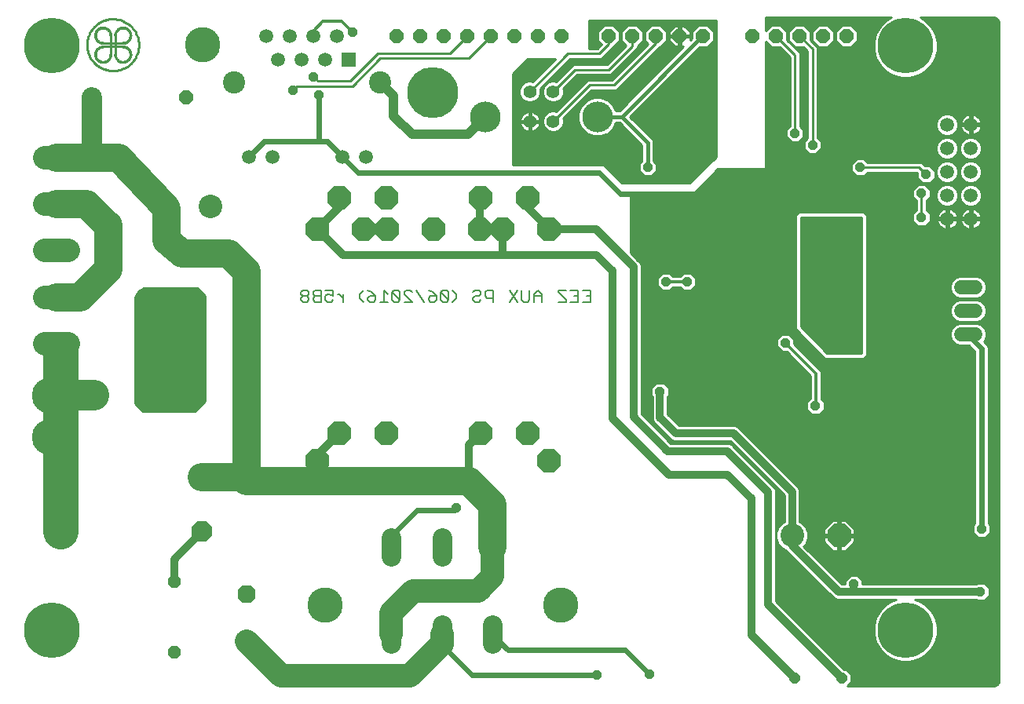
<source format=gbl>
G75*
G70*
%OFA0B0*%
%FSLAX24Y24*%
%IPPOS*%
%LPD*%
%AMOC8*
5,1,8,0,0,1.08239X$1,22.5*
%
%ADD10C,0.0060*%
%ADD11C,0.1000*%
%ADD12OC8,0.1000*%
%ADD13C,0.1000*%
%ADD14OC8,0.0885*%
%ADD15C,0.0100*%
%ADD16C,0.0010*%
%ADD17C,0.0825*%
%ADD18OC8,0.0560*%
%ADD19OC8,0.0760*%
%ADD20C,0.1502*%
%ADD21C,0.0594*%
%ADD22C,0.0594*%
%ADD23C,0.0560*%
%ADD24C,0.1306*%
%ADD25OC8,0.0594*%
%ADD26R,0.0594X0.0594*%
%ADD27C,0.0945*%
%ADD28OC8,0.0600*%
%ADD29OC8,0.0396*%
%ADD30R,0.0396X0.0396*%
%ADD31C,0.0240*%
%ADD32C,0.0120*%
%ADD33C,0.0320*%
%ADD34C,0.2362*%
%ADD35C,0.1500*%
%ADD36C,0.1500*%
%ADD37C,0.0400*%
%ADD38C,0.1300*%
%ADD39C,0.0160*%
%ADD40OC8,0.0436*%
%ADD41C,0.2165*%
%ADD42C,0.1200*%
%ADD43C,0.0860*%
D10*
X043400Y021816D02*
X043483Y021733D01*
X043650Y021733D01*
X043733Y021816D01*
X043733Y021900D01*
X043650Y021983D01*
X043483Y021983D01*
X043400Y021900D01*
X043400Y021816D01*
X043483Y021983D02*
X043400Y022066D01*
X043400Y022150D01*
X043483Y022233D01*
X043650Y022233D01*
X043733Y022150D01*
X043733Y022066D01*
X043650Y021983D01*
X043915Y022066D02*
X043999Y021983D01*
X044249Y021983D01*
X044431Y021983D02*
X044431Y021816D01*
X044515Y021733D01*
X044681Y021733D01*
X044765Y021816D01*
X044765Y021983D02*
X044598Y022066D01*
X044515Y022066D01*
X044431Y021983D01*
X044431Y022233D02*
X044765Y022233D01*
X044765Y021983D01*
X044944Y022066D02*
X045028Y022066D01*
X045194Y021900D01*
X045194Y022066D02*
X045194Y021733D01*
X045887Y021900D02*
X046054Y021733D01*
X046236Y021816D02*
X046236Y021900D01*
X046319Y021983D01*
X046569Y021983D01*
X046569Y021816D01*
X046486Y021733D01*
X046319Y021733D01*
X046236Y021816D01*
X045887Y021900D02*
X045887Y022066D01*
X046054Y022233D01*
X046236Y022233D02*
X046403Y022150D01*
X046569Y021983D01*
X046752Y021733D02*
X047085Y021733D01*
X046918Y021733D02*
X046918Y022233D01*
X047085Y022066D01*
X047267Y022150D02*
X047601Y021816D01*
X047517Y021733D01*
X047351Y021733D01*
X047267Y021816D01*
X047267Y022150D01*
X047351Y022233D01*
X047517Y022233D01*
X047601Y022150D01*
X047601Y021816D01*
X047783Y021733D02*
X048116Y021733D01*
X047783Y022066D01*
X047783Y022150D01*
X047866Y022233D01*
X048033Y022233D01*
X048116Y022150D01*
X048298Y022233D02*
X048632Y021733D01*
X048814Y021816D02*
X048814Y021900D01*
X048897Y021983D01*
X049148Y021983D01*
X049148Y021816D01*
X049064Y021733D01*
X048897Y021733D01*
X048814Y021816D01*
X048981Y022150D02*
X049148Y021983D01*
X048981Y022150D02*
X048814Y022233D01*
X049330Y022150D02*
X049663Y021816D01*
X049580Y021733D01*
X049413Y021733D01*
X049330Y021816D01*
X049330Y022150D01*
X049413Y022233D01*
X049580Y022233D01*
X049663Y022150D01*
X049663Y021816D01*
X049840Y021733D02*
X050007Y021900D01*
X050007Y022066D01*
X049840Y022233D01*
X050705Y022150D02*
X050788Y022233D01*
X050955Y022233D01*
X051038Y022150D01*
X051038Y022066D01*
X050955Y021983D01*
X050788Y021983D01*
X050705Y021900D01*
X050705Y021816D01*
X050788Y021733D01*
X050955Y021733D01*
X051038Y021816D01*
X051220Y021983D02*
X051304Y021900D01*
X051554Y021900D01*
X051554Y021733D02*
X051554Y022233D01*
X051304Y022233D01*
X051220Y022150D01*
X051220Y021983D01*
X052252Y022233D02*
X052585Y021733D01*
X052767Y021816D02*
X052767Y022233D01*
X052585Y022233D02*
X052252Y021733D01*
X052767Y021816D02*
X052851Y021733D01*
X053018Y021733D01*
X053101Y021816D01*
X053101Y022233D01*
X053283Y022066D02*
X053283Y021733D01*
X053283Y021983D02*
X053617Y021983D01*
X053617Y022066D02*
X053450Y022233D01*
X053283Y022066D01*
X053617Y022066D02*
X053617Y021733D01*
X054314Y021733D02*
X054648Y021733D01*
X054648Y021816D01*
X054314Y022150D01*
X054314Y022233D01*
X054648Y022233D01*
X054830Y022233D02*
X055163Y022233D01*
X055163Y021733D01*
X054830Y021733D01*
X054997Y021983D02*
X055163Y021983D01*
X055346Y022233D02*
X055679Y022233D01*
X055679Y021733D01*
X055346Y021733D01*
X055512Y021983D02*
X055679Y021983D01*
X044249Y021733D02*
X044249Y022233D01*
X043999Y022233D01*
X043915Y022150D01*
X043915Y022066D01*
X043999Y021983D02*
X043915Y021900D01*
X043915Y021816D01*
X043999Y021733D01*
X044249Y021733D01*
D11*
X038819Y021853D03*
X036869Y021853D03*
X037617Y025790D03*
X039567Y025790D03*
X038518Y017787D03*
X034581Y017787D03*
X064244Y011812D03*
D12*
X066244Y011812D03*
X053939Y014976D03*
X053018Y016147D03*
X051018Y016147D03*
X047018Y016147D03*
X045018Y016147D03*
X044097Y014976D03*
X044097Y024818D03*
X046065Y024818D03*
X047049Y024818D03*
X049018Y024818D03*
X050986Y024818D03*
X051971Y024818D03*
X053939Y024818D03*
X053018Y026147D03*
X051018Y026147D03*
X047018Y026147D03*
X045018Y026147D03*
D13*
X033525Y025874D02*
X032525Y025874D01*
X032525Y023906D02*
X033525Y023906D01*
X033525Y021937D02*
X032525Y021937D01*
X032525Y019969D02*
X033525Y019969D01*
X033525Y027843D02*
X032525Y027843D01*
X051543Y011322D02*
X051543Y010072D01*
X050918Y009447D01*
X048168Y009447D01*
X047243Y008522D01*
X047243Y007622D01*
X048043Y005867D02*
X049373Y007197D01*
X049393Y007197D01*
X049393Y007622D01*
X048043Y005867D02*
X042548Y005867D01*
X041093Y007322D01*
D14*
X039203Y011986D03*
X039203Y014292D03*
X033203Y014292D03*
X033203Y011986D03*
D15*
X033203Y015997D02*
X032718Y015997D01*
X033203Y015997D02*
X033203Y016072D01*
X036368Y017422D02*
X036368Y021947D01*
X036743Y022322D01*
X038993Y022322D01*
X039343Y021972D01*
X039343Y017522D01*
X038893Y017072D01*
X036693Y017097D01*
X036368Y017422D01*
X036368Y017458D02*
X039279Y017458D01*
X039343Y017556D02*
X036368Y017556D01*
X036368Y017655D02*
X039343Y017655D01*
X039343Y017753D02*
X036368Y017753D01*
X036368Y017852D02*
X039343Y017852D01*
X039343Y017950D02*
X036368Y017950D01*
X036368Y018049D02*
X039343Y018049D01*
X039343Y018147D02*
X036368Y018147D01*
X036368Y018246D02*
X039343Y018246D01*
X039343Y018344D02*
X036368Y018344D01*
X036368Y018443D02*
X039343Y018443D01*
X039343Y018541D02*
X036368Y018541D01*
X036368Y018640D02*
X039343Y018640D01*
X039343Y018738D02*
X036368Y018738D01*
X036368Y018837D02*
X039343Y018837D01*
X039343Y018935D02*
X036368Y018935D01*
X036368Y019034D02*
X039343Y019034D01*
X039343Y019132D02*
X036368Y019132D01*
X036368Y019231D02*
X039343Y019231D01*
X039343Y019329D02*
X036368Y019329D01*
X036368Y019428D02*
X039343Y019428D01*
X039343Y019526D02*
X036368Y019526D01*
X036368Y019625D02*
X039343Y019625D01*
X039343Y019723D02*
X036368Y019723D01*
X036368Y019822D02*
X039343Y019822D01*
X039343Y019920D02*
X036368Y019920D01*
X036368Y020019D02*
X039343Y020019D01*
X039343Y020117D02*
X036368Y020117D01*
X036368Y020216D02*
X039343Y020216D01*
X039343Y020314D02*
X036368Y020314D01*
X036368Y020413D02*
X039343Y020413D01*
X039343Y020511D02*
X036368Y020511D01*
X036368Y020610D02*
X039343Y020610D01*
X039343Y020708D02*
X036368Y020708D01*
X036368Y020807D02*
X039343Y020807D01*
X039343Y020905D02*
X036368Y020905D01*
X036368Y021004D02*
X039343Y021004D01*
X039343Y021102D02*
X036368Y021102D01*
X036368Y021201D02*
X039343Y021201D01*
X039343Y021299D02*
X036368Y021299D01*
X036368Y021398D02*
X039343Y021398D01*
X039343Y021496D02*
X036368Y021496D01*
X036368Y021595D02*
X039343Y021595D01*
X039343Y021693D02*
X036368Y021693D01*
X036368Y021792D02*
X039343Y021792D01*
X039343Y021890D02*
X036368Y021890D01*
X036410Y021989D02*
X039326Y021989D01*
X039227Y022087D02*
X036509Y022087D01*
X036607Y022186D02*
X039129Y022186D01*
X039030Y022284D02*
X036706Y022284D01*
X036430Y017359D02*
X039181Y017359D01*
X039082Y017261D02*
X036529Y017261D01*
X036627Y017162D02*
X038984Y017162D01*
X057848Y017162D02*
X058313Y017162D01*
X058313Y017064D02*
X057848Y017064D01*
X057848Y016984D02*
X057848Y023287D01*
X057798Y023409D01*
X057705Y023502D01*
X057393Y023814D01*
X057393Y026397D01*
X060118Y026397D01*
X061093Y027372D01*
X063143Y027372D01*
X063143Y032787D01*
X063375Y032555D01*
X063724Y032555D01*
X064148Y032131D01*
X064148Y029197D01*
X064000Y029049D01*
X064000Y028744D01*
X064216Y028529D01*
X064520Y028529D01*
X064736Y028744D01*
X064736Y029049D01*
X064588Y029197D01*
X064588Y032313D01*
X064035Y032866D01*
X064035Y033215D01*
X063761Y033489D01*
X063375Y033489D01*
X063143Y033257D01*
X063143Y033811D01*
X068448Y033811D01*
X068234Y033687D01*
X067982Y033436D01*
X067804Y033127D01*
X067712Y032784D01*
X067712Y032428D01*
X067804Y032084D01*
X067982Y031776D01*
X068234Y031525D01*
X068542Y031347D01*
X068885Y031255D01*
X069241Y031255D01*
X069585Y031347D01*
X069893Y031525D01*
X070144Y031776D01*
X070322Y032084D01*
X070414Y032428D01*
X070414Y032784D01*
X070322Y033127D01*
X070144Y033436D01*
X069893Y033687D01*
X069678Y033811D01*
X072803Y033811D01*
X072838Y033808D01*
X072904Y033787D01*
X072960Y033746D01*
X073000Y033690D01*
X073022Y033625D01*
X073024Y033590D01*
X073024Y005637D01*
X073022Y005603D01*
X073000Y005537D01*
X072960Y005481D01*
X072904Y005441D01*
X066610Y005441D01*
X066586Y005417D02*
X066756Y005586D01*
X066756Y005907D01*
X066529Y006135D01*
X066447Y006135D01*
X063573Y009009D01*
X063573Y013712D01*
X063523Y013834D01*
X063430Y013927D01*
X061773Y015584D01*
X061680Y015677D01*
X061559Y015727D01*
X059105Y015727D01*
X057848Y016984D01*
X057866Y016965D02*
X058313Y016965D01*
X058313Y016867D02*
X057965Y016867D01*
X058063Y016768D02*
X058313Y016768D01*
X058313Y016756D02*
X058363Y016635D01*
X059038Y015960D01*
X059131Y015867D01*
X059252Y015817D01*
X061631Y015817D01*
X063914Y013534D01*
X063914Y012401D01*
X063864Y012380D01*
X063676Y012192D01*
X063574Y011945D01*
X063574Y011679D01*
X063676Y011433D01*
X063864Y011244D01*
X063975Y011198D01*
X066031Y009142D01*
X066152Y009092D01*
X068654Y009092D01*
X068542Y009062D01*
X068234Y008884D01*
X067982Y008632D01*
X067804Y008324D01*
X067712Y007981D01*
X067712Y007625D01*
X067804Y007281D01*
X067982Y006973D01*
X068234Y006722D01*
X068542Y006544D01*
X068885Y006452D01*
X069241Y006452D01*
X069585Y006544D01*
X069893Y006722D01*
X070144Y006973D01*
X070322Y007281D01*
X070414Y007625D01*
X070414Y007981D01*
X070322Y008324D01*
X070144Y008632D01*
X069893Y008884D01*
X069585Y009062D01*
X069473Y009092D01*
X072052Y009092D01*
X072091Y009054D01*
X072395Y009054D01*
X072611Y009269D01*
X072611Y009574D01*
X072395Y009790D01*
X072091Y009790D01*
X072052Y009752D01*
X067236Y009752D01*
X067236Y009899D01*
X067020Y010115D01*
X066716Y010115D01*
X066500Y009899D01*
X066500Y009752D01*
X066355Y009752D01*
X064743Y011364D01*
X064812Y011433D01*
X064914Y011679D01*
X064914Y011945D01*
X064812Y012192D01*
X064623Y012380D01*
X064574Y012401D01*
X064574Y013737D01*
X064524Y013858D01*
X064431Y013951D01*
X061955Y016427D01*
X061834Y016477D01*
X059455Y016477D01*
X058973Y016959D01*
X058973Y017731D01*
X059011Y017769D01*
X059011Y018074D01*
X058795Y018290D01*
X058491Y018290D01*
X058275Y018074D01*
X058275Y017769D01*
X058313Y017731D01*
X058313Y016756D01*
X058349Y016670D02*
X058162Y016670D01*
X058260Y016571D02*
X058427Y016571D01*
X058359Y016473D02*
X058525Y016473D01*
X058457Y016374D02*
X058624Y016374D01*
X058556Y016276D02*
X058722Y016276D01*
X058654Y016177D02*
X058821Y016177D01*
X058753Y016079D02*
X058919Y016079D01*
X058851Y015980D02*
X059018Y015980D01*
X058950Y015882D02*
X059116Y015882D01*
X059048Y015783D02*
X061665Y015783D01*
X061660Y015685D02*
X061763Y015685D01*
X061770Y015586D02*
X061862Y015586D01*
X061773Y015584D02*
X061773Y015584D01*
X061869Y015488D02*
X061960Y015488D01*
X061967Y015389D02*
X062059Y015389D01*
X062066Y015291D02*
X062157Y015291D01*
X062164Y015192D02*
X062256Y015192D01*
X062263Y015094D02*
X062354Y015094D01*
X062361Y014995D02*
X062453Y014995D01*
X062460Y014897D02*
X062551Y014897D01*
X062558Y014798D02*
X062650Y014798D01*
X062657Y014700D02*
X062748Y014700D01*
X062755Y014601D02*
X062847Y014601D01*
X062854Y014503D02*
X062945Y014503D01*
X062952Y014404D02*
X063044Y014404D01*
X063051Y014306D02*
X063142Y014306D01*
X063149Y014207D02*
X063241Y014207D01*
X063248Y014109D02*
X063339Y014109D01*
X063346Y014010D02*
X063438Y014010D01*
X063430Y013927D02*
X063430Y013927D01*
X063445Y013912D02*
X063536Y013912D01*
X063531Y013813D02*
X063635Y013813D01*
X063572Y013715D02*
X063733Y013715D01*
X063832Y013616D02*
X063573Y013616D01*
X063573Y013518D02*
X063914Y013518D01*
X063914Y013419D02*
X063573Y013419D01*
X063573Y013321D02*
X063914Y013321D01*
X063914Y013222D02*
X063573Y013222D01*
X063573Y013124D02*
X063914Y013124D01*
X063914Y013025D02*
X063573Y013025D01*
X063573Y012927D02*
X063914Y012927D01*
X063914Y012828D02*
X063573Y012828D01*
X063573Y012730D02*
X063914Y012730D01*
X063914Y012631D02*
X063573Y012631D01*
X063573Y012533D02*
X063914Y012533D01*
X063914Y012434D02*
X063573Y012434D01*
X063573Y012336D02*
X063820Y012336D01*
X063721Y012237D02*
X063573Y012237D01*
X063573Y012139D02*
X063654Y012139D01*
X063613Y012040D02*
X063573Y012040D01*
X063573Y011942D02*
X063574Y011942D01*
X063573Y011843D02*
X063574Y011843D01*
X063573Y011745D02*
X063574Y011745D01*
X063573Y011646D02*
X063587Y011646D01*
X063573Y011548D02*
X063628Y011548D01*
X063669Y011449D02*
X063573Y011449D01*
X063573Y011351D02*
X063758Y011351D01*
X063856Y011252D02*
X063573Y011252D01*
X063573Y011154D02*
X064019Y011154D01*
X064118Y011055D02*
X063573Y011055D01*
X063573Y010957D02*
X064216Y010957D01*
X064315Y010858D02*
X063573Y010858D01*
X063573Y010760D02*
X064413Y010760D01*
X064512Y010661D02*
X063573Y010661D01*
X063573Y010563D02*
X064610Y010563D01*
X064709Y010464D02*
X063573Y010464D01*
X063573Y010366D02*
X064807Y010366D01*
X064906Y010267D02*
X063573Y010267D01*
X063573Y010169D02*
X065004Y010169D01*
X065103Y010070D02*
X063573Y010070D01*
X063573Y009972D02*
X065201Y009972D01*
X065300Y009873D02*
X063573Y009873D01*
X063573Y009775D02*
X065398Y009775D01*
X065497Y009676D02*
X063573Y009676D01*
X063573Y009578D02*
X065595Y009578D01*
X065694Y009479D02*
X063573Y009479D01*
X063573Y009381D02*
X065792Y009381D01*
X065891Y009282D02*
X063573Y009282D01*
X063573Y009184D02*
X065989Y009184D01*
X066332Y009775D02*
X066500Y009775D01*
X066500Y009873D02*
X066233Y009873D01*
X066135Y009972D02*
X066572Y009972D01*
X066671Y010070D02*
X066036Y010070D01*
X065938Y010169D02*
X073024Y010169D01*
X073024Y010267D02*
X065839Y010267D01*
X065741Y010366D02*
X073024Y010366D01*
X073024Y010464D02*
X065642Y010464D01*
X065544Y010563D02*
X073024Y010563D01*
X073024Y010661D02*
X065445Y010661D01*
X065347Y010760D02*
X073024Y010760D01*
X073024Y010858D02*
X065248Y010858D01*
X065150Y010957D02*
X073024Y010957D01*
X073024Y011055D02*
X065051Y011055D01*
X064953Y011154D02*
X073024Y011154D01*
X073024Y011252D02*
X066603Y011252D01*
X066513Y011162D02*
X066894Y011543D01*
X066894Y011762D01*
X066294Y011762D01*
X066294Y011862D01*
X066894Y011862D01*
X066894Y012081D01*
X066513Y012462D01*
X066294Y012462D01*
X066294Y011862D01*
X066194Y011862D01*
X066194Y011762D01*
X066294Y011762D01*
X066294Y011162D01*
X066513Y011162D01*
X066294Y011252D02*
X066194Y011252D01*
X066194Y011162D02*
X066194Y011762D01*
X065594Y011762D01*
X065594Y011543D01*
X065975Y011162D01*
X066194Y011162D01*
X066194Y011351D02*
X066294Y011351D01*
X066294Y011449D02*
X066194Y011449D01*
X066194Y011548D02*
X066294Y011548D01*
X066294Y011646D02*
X066194Y011646D01*
X066194Y011745D02*
X066294Y011745D01*
X066294Y011843D02*
X072026Y011843D01*
X072124Y011745D02*
X066894Y011745D01*
X066894Y011646D02*
X073024Y011646D01*
X073024Y011548D02*
X066894Y011548D01*
X066800Y011449D02*
X073024Y011449D01*
X073024Y011351D02*
X066702Y011351D01*
X066194Y011843D02*
X064914Y011843D01*
X064914Y011745D02*
X065594Y011745D01*
X065594Y011646D02*
X064900Y011646D01*
X064859Y011548D02*
X065594Y011548D01*
X065687Y011449D02*
X064819Y011449D01*
X064756Y011351D02*
X065786Y011351D01*
X065884Y011252D02*
X064854Y011252D01*
X065594Y011862D02*
X066194Y011862D01*
X066194Y012462D01*
X065975Y012462D01*
X065594Y012081D01*
X065594Y011862D01*
X065594Y011942D02*
X064914Y011942D01*
X064874Y012040D02*
X065594Y012040D01*
X065651Y012139D02*
X064834Y012139D01*
X064766Y012237D02*
X065750Y012237D01*
X065848Y012336D02*
X064668Y012336D01*
X064574Y012434D02*
X065947Y012434D01*
X066194Y012434D02*
X066294Y012434D01*
X066294Y012336D02*
X066194Y012336D01*
X066194Y012237D02*
X066294Y012237D01*
X066294Y012139D02*
X066194Y012139D01*
X066194Y012040D02*
X066294Y012040D01*
X066294Y011942D02*
X066194Y011942D01*
X066639Y012336D02*
X072003Y012336D01*
X072003Y012327D02*
X071925Y012249D01*
X071925Y011944D01*
X072141Y011729D01*
X072445Y011729D01*
X072661Y011944D01*
X072661Y012249D01*
X072583Y012327D01*
X072583Y019805D01*
X072539Y019911D01*
X072389Y020061D01*
X072411Y020082D01*
X072482Y020254D01*
X072482Y020440D01*
X072411Y020611D01*
X072279Y020743D01*
X072108Y020814D01*
X071328Y020814D01*
X071157Y020743D01*
X071025Y020611D01*
X070954Y020440D01*
X070954Y020254D01*
X071025Y020082D01*
X071157Y019951D01*
X071328Y019880D01*
X071750Y019880D01*
X072003Y019627D01*
X072003Y012327D01*
X072003Y012434D02*
X066541Y012434D01*
X066738Y012237D02*
X071925Y012237D01*
X071925Y012139D02*
X066836Y012139D01*
X066894Y012040D02*
X071925Y012040D01*
X071927Y011942D02*
X066894Y011942D01*
X064574Y012533D02*
X072003Y012533D01*
X072003Y012631D02*
X064574Y012631D01*
X064574Y012730D02*
X072003Y012730D01*
X072003Y012828D02*
X064574Y012828D01*
X064574Y012927D02*
X072003Y012927D01*
X072003Y013025D02*
X064574Y013025D01*
X064574Y013124D02*
X072003Y013124D01*
X072003Y013222D02*
X064574Y013222D01*
X064574Y013321D02*
X072003Y013321D01*
X072003Y013419D02*
X064574Y013419D01*
X064574Y013518D02*
X072003Y013518D01*
X072003Y013616D02*
X064574Y013616D01*
X064574Y013715D02*
X072003Y013715D01*
X072003Y013813D02*
X064542Y013813D01*
X064470Y013912D02*
X072003Y013912D01*
X072003Y014010D02*
X064371Y014010D01*
X064273Y014109D02*
X072003Y014109D01*
X072003Y014207D02*
X064174Y014207D01*
X064076Y014306D02*
X072003Y014306D01*
X072003Y014404D02*
X063977Y014404D01*
X063879Y014503D02*
X072003Y014503D01*
X072003Y014601D02*
X063780Y014601D01*
X063682Y014700D02*
X072003Y014700D01*
X072003Y014798D02*
X063583Y014798D01*
X063485Y014897D02*
X072003Y014897D01*
X072003Y014995D02*
X063386Y014995D01*
X063288Y015094D02*
X072003Y015094D01*
X072003Y015192D02*
X063189Y015192D01*
X063091Y015291D02*
X072003Y015291D01*
X072003Y015389D02*
X062992Y015389D01*
X062894Y015488D02*
X072003Y015488D01*
X072003Y015586D02*
X062795Y015586D01*
X062697Y015685D02*
X072003Y015685D01*
X072003Y015783D02*
X062598Y015783D01*
X062500Y015882D02*
X072003Y015882D01*
X072003Y015980D02*
X062401Y015980D01*
X062303Y016079D02*
X072003Y016079D01*
X072003Y016177D02*
X062204Y016177D01*
X062106Y016276D02*
X072003Y016276D01*
X072003Y016374D02*
X062007Y016374D01*
X061843Y016473D02*
X072003Y016473D01*
X072003Y016571D02*
X059360Y016571D01*
X059262Y016670D02*
X072003Y016670D01*
X072003Y016768D02*
X059163Y016768D01*
X059065Y016867D02*
X072003Y016867D01*
X072003Y016965D02*
X065407Y016965D01*
X065395Y016954D02*
X065611Y017169D01*
X065611Y017474D01*
X065498Y017587D01*
X065498Y018792D01*
X064336Y019954D01*
X064336Y020149D01*
X064120Y020365D01*
X063816Y020365D01*
X063600Y020149D01*
X063600Y019844D01*
X063816Y019629D01*
X064011Y019629D01*
X065038Y018602D01*
X065038Y017637D01*
X064875Y017474D01*
X064875Y017169D01*
X065091Y016954D01*
X065395Y016954D01*
X065506Y017064D02*
X072003Y017064D01*
X072003Y017162D02*
X065604Y017162D01*
X065611Y017261D02*
X072003Y017261D01*
X072003Y017359D02*
X065611Y017359D01*
X065611Y017458D02*
X072003Y017458D01*
X072003Y017556D02*
X065529Y017556D01*
X065498Y017655D02*
X072003Y017655D01*
X072003Y017753D02*
X065498Y017753D01*
X065498Y017852D02*
X072003Y017852D01*
X072003Y017950D02*
X065498Y017950D01*
X065498Y018049D02*
X072003Y018049D01*
X072003Y018147D02*
X065498Y018147D01*
X065498Y018246D02*
X072003Y018246D01*
X072003Y018344D02*
X065498Y018344D01*
X065498Y018443D02*
X072003Y018443D01*
X072003Y018541D02*
X065498Y018541D01*
X065498Y018640D02*
X072003Y018640D01*
X072003Y018738D02*
X065498Y018738D01*
X065453Y018837D02*
X072003Y018837D01*
X072003Y018935D02*
X065355Y018935D01*
X065256Y019034D02*
X072003Y019034D01*
X072003Y019132D02*
X065158Y019132D01*
X065059Y019231D02*
X072003Y019231D01*
X072003Y019329D02*
X067287Y019329D01*
X067284Y019327D02*
X067413Y019456D01*
X067413Y025413D01*
X067284Y025542D01*
X067102Y025542D01*
X064709Y025542D01*
X064527Y025542D01*
X064398Y025413D01*
X064398Y020673D01*
X064397Y020583D01*
X064398Y020582D01*
X064398Y020581D01*
X064462Y020517D01*
X065498Y019457D01*
X065498Y019456D01*
X065562Y019392D01*
X065624Y019328D01*
X065626Y019328D01*
X065627Y019327D01*
X065717Y019327D01*
X065807Y019326D01*
X065808Y019327D01*
X067284Y019327D01*
X067385Y019428D02*
X072003Y019428D01*
X072003Y019526D02*
X067413Y019526D01*
X067413Y019625D02*
X072003Y019625D01*
X071906Y019723D02*
X067413Y019723D01*
X067413Y019822D02*
X071808Y019822D01*
X071231Y019920D02*
X067413Y019920D01*
X067413Y020019D02*
X071089Y020019D01*
X071011Y020117D02*
X067413Y020117D01*
X067413Y020216D02*
X070970Y020216D01*
X070954Y020314D02*
X067413Y020314D01*
X067413Y020413D02*
X070954Y020413D01*
X070984Y020511D02*
X067413Y020511D01*
X067413Y020610D02*
X071025Y020610D01*
X071122Y020708D02*
X067413Y020708D01*
X067413Y020807D02*
X071312Y020807D01*
X071328Y020880D02*
X071157Y020951D01*
X071025Y021082D01*
X070954Y021254D01*
X070954Y021440D01*
X071025Y021611D01*
X071157Y021743D01*
X071328Y021814D01*
X072108Y021814D01*
X072279Y021743D01*
X072411Y021611D01*
X072482Y021440D01*
X072482Y021254D01*
X072411Y021082D01*
X072279Y020951D01*
X072108Y020880D01*
X071328Y020880D01*
X071267Y020905D02*
X067413Y020905D01*
X067413Y021004D02*
X071104Y021004D01*
X071017Y021102D02*
X067413Y021102D01*
X067413Y021201D02*
X070976Y021201D01*
X070954Y021299D02*
X067413Y021299D01*
X067413Y021398D02*
X070954Y021398D01*
X070978Y021496D02*
X067413Y021496D01*
X067413Y021595D02*
X071019Y021595D01*
X071107Y021693D02*
X067413Y021693D01*
X067413Y021792D02*
X071276Y021792D01*
X071303Y021890D02*
X067413Y021890D01*
X067413Y021989D02*
X071119Y021989D01*
X071157Y021951D02*
X071328Y021880D01*
X072108Y021880D01*
X072279Y021951D01*
X072411Y022082D01*
X072482Y022254D01*
X072482Y022440D01*
X072411Y022611D01*
X072279Y022743D01*
X072108Y022814D01*
X071328Y022814D01*
X071157Y022743D01*
X071025Y022611D01*
X070954Y022440D01*
X070954Y022254D01*
X071025Y022082D01*
X071157Y021951D01*
X071023Y022087D02*
X067413Y022087D01*
X067413Y022186D02*
X070982Y022186D01*
X070954Y022284D02*
X067413Y022284D01*
X067413Y022383D02*
X070954Y022383D01*
X070972Y022481D02*
X067413Y022481D01*
X067413Y022580D02*
X071012Y022580D01*
X071092Y022678D02*
X067413Y022678D01*
X067413Y022777D02*
X071239Y022777D01*
X072197Y022777D02*
X073024Y022777D01*
X073024Y022875D02*
X067413Y022875D01*
X067413Y022974D02*
X073024Y022974D01*
X073024Y023072D02*
X067413Y023072D01*
X067413Y023171D02*
X073024Y023171D01*
X073024Y023269D02*
X067413Y023269D01*
X067413Y023368D02*
X073024Y023368D01*
X073024Y023466D02*
X067413Y023466D01*
X067413Y023565D02*
X073024Y023565D01*
X073024Y023663D02*
X067413Y023663D01*
X067413Y023762D02*
X073024Y023762D01*
X073024Y023860D02*
X067413Y023860D01*
X067413Y023959D02*
X073024Y023959D01*
X073024Y024057D02*
X067413Y024057D01*
X067413Y024156D02*
X073024Y024156D01*
X073024Y024254D02*
X067413Y024254D01*
X067413Y024353D02*
X073024Y024353D01*
X073024Y024451D02*
X067413Y024451D01*
X067413Y024550D02*
X073024Y024550D01*
X073024Y024648D02*
X067413Y024648D01*
X067413Y024747D02*
X073024Y024747D01*
X073024Y024845D02*
X072009Y024845D01*
X072071Y024877D01*
X072128Y024919D01*
X072178Y024968D01*
X072219Y025025D01*
X072251Y025088D01*
X072273Y025155D01*
X072282Y025211D01*
X071886Y025211D01*
X071886Y025308D01*
X072282Y025308D01*
X072273Y025364D01*
X072251Y025431D01*
X072219Y025494D01*
X072178Y025551D01*
X072128Y025600D01*
X072071Y025642D01*
X072009Y025674D01*
X071942Y025695D01*
X071886Y025704D01*
X071886Y025308D01*
X071789Y025308D01*
X071789Y025704D01*
X071733Y025695D01*
X071666Y025674D01*
X071603Y025642D01*
X071546Y025600D01*
X071496Y025551D01*
X071455Y025494D01*
X071423Y025431D01*
X071401Y025364D01*
X071393Y025308D01*
X071789Y025308D01*
X071789Y025211D01*
X071886Y025211D01*
X071886Y024815D01*
X071942Y024824D01*
X072009Y024845D01*
X071886Y024845D02*
X071789Y024845D01*
X071789Y024815D02*
X071789Y025211D01*
X071393Y025211D01*
X071401Y025155D01*
X071423Y025088D01*
X071455Y025025D01*
X071496Y024968D01*
X071546Y024919D01*
X071603Y024877D01*
X071666Y024845D01*
X071733Y024824D01*
X071789Y024815D01*
X071666Y024845D02*
X071009Y024845D01*
X071071Y024877D01*
X071128Y024919D01*
X071178Y024968D01*
X071219Y025025D01*
X071251Y025088D01*
X071273Y025155D01*
X071282Y025211D01*
X070886Y025211D01*
X070886Y025308D01*
X071282Y025308D01*
X071273Y025364D01*
X071251Y025431D01*
X071219Y025494D01*
X071178Y025551D01*
X071128Y025600D01*
X071071Y025642D01*
X071009Y025674D01*
X070942Y025695D01*
X070886Y025704D01*
X070886Y025308D01*
X070789Y025308D01*
X070789Y025704D01*
X070733Y025695D01*
X070666Y025674D01*
X070603Y025642D01*
X070546Y025600D01*
X070496Y025551D01*
X070455Y025494D01*
X070423Y025431D01*
X070401Y025364D01*
X070393Y025308D01*
X070789Y025308D01*
X070789Y025211D01*
X070886Y025211D01*
X070886Y024815D01*
X070942Y024824D01*
X071009Y024845D01*
X070886Y024845D02*
X070789Y024845D01*
X070789Y024815D02*
X070789Y025211D01*
X070393Y025211D01*
X070401Y025155D01*
X070423Y025088D01*
X070455Y025025D01*
X070496Y024968D01*
X070546Y024919D01*
X070603Y024877D01*
X070666Y024845D01*
X070733Y024824D01*
X070789Y024815D01*
X070666Y024845D02*
X067413Y024845D01*
X067413Y024944D02*
X070521Y024944D01*
X070446Y025042D02*
X069984Y025042D01*
X069895Y024954D02*
X070111Y025169D01*
X070111Y025474D01*
X069963Y025622D01*
X069963Y026046D01*
X070111Y026194D01*
X070111Y026499D01*
X069895Y026715D01*
X069591Y026715D01*
X069375Y026499D01*
X069375Y026194D01*
X069523Y026046D01*
X069523Y025622D01*
X069375Y025474D01*
X069375Y025169D01*
X069591Y024954D01*
X069895Y024954D01*
X070083Y025141D02*
X070406Y025141D01*
X070397Y025338D02*
X070111Y025338D01*
X070111Y025436D02*
X070426Y025436D01*
X070485Y025535D02*
X070051Y025535D01*
X069963Y025633D02*
X070592Y025633D01*
X070789Y025633D02*
X070886Y025633D01*
X070886Y025535D02*
X070789Y025535D01*
X070789Y025436D02*
X070886Y025436D01*
X070886Y025338D02*
X070789Y025338D01*
X070789Y025239D02*
X070111Y025239D01*
X069743Y025322D02*
X069743Y026347D01*
X069992Y026618D02*
X070536Y026618D01*
X070573Y026655D02*
X070441Y026524D01*
X070370Y026352D01*
X070370Y026167D01*
X070441Y025995D01*
X070573Y025864D01*
X070744Y025793D01*
X070930Y025793D01*
X071102Y025864D01*
X071233Y025995D01*
X071304Y026167D01*
X071304Y026352D01*
X071233Y026524D01*
X071102Y026655D01*
X070930Y026726D01*
X070744Y026726D01*
X070573Y026655D01*
X070722Y026717D02*
X060438Y026717D01*
X060537Y026815D02*
X069754Y026815D01*
X069791Y026779D02*
X070095Y026779D01*
X070311Y026994D01*
X070311Y027299D01*
X070095Y027515D01*
X069886Y027515D01*
X069734Y027667D01*
X067444Y027667D01*
X067295Y027815D01*
X066991Y027815D01*
X066775Y027599D01*
X066775Y027294D01*
X066991Y027079D01*
X067295Y027079D01*
X067444Y027227D01*
X069552Y027227D01*
X069575Y027204D01*
X069575Y026994D01*
X069791Y026779D01*
X069655Y026914D02*
X060635Y026914D01*
X060734Y027012D02*
X069575Y027012D01*
X069575Y027111D02*
X067328Y027111D01*
X067426Y027209D02*
X069569Y027209D01*
X069643Y027447D02*
X069943Y027147D01*
X070204Y027406D02*
X070393Y027406D01*
X070370Y027352D02*
X070370Y027167D01*
X070441Y026995D01*
X070573Y026864D01*
X070744Y026793D01*
X070930Y026793D01*
X071102Y026864D01*
X071233Y026995D01*
X071304Y027167D01*
X071304Y027352D01*
X071233Y027524D01*
X071102Y027655D01*
X070930Y027726D01*
X070744Y027726D01*
X070573Y027655D01*
X070441Y027524D01*
X070370Y027352D01*
X070370Y027308D02*
X070303Y027308D01*
X070311Y027209D02*
X070370Y027209D01*
X070393Y027111D02*
X070311Y027111D01*
X070311Y027012D02*
X070434Y027012D01*
X070523Y026914D02*
X070231Y026914D01*
X070132Y026815D02*
X070689Y026815D01*
X070953Y026717D02*
X071722Y026717D01*
X071744Y026726D02*
X071573Y026655D01*
X071441Y026524D01*
X071370Y026352D01*
X071370Y026167D01*
X071441Y025995D01*
X071573Y025864D01*
X071744Y025793D01*
X071930Y025793D01*
X072102Y025864D01*
X072233Y025995D01*
X072304Y026167D01*
X072304Y026352D01*
X072233Y026524D01*
X072102Y026655D01*
X071930Y026726D01*
X071744Y026726D01*
X071744Y026793D02*
X071930Y026793D01*
X072102Y026864D01*
X072233Y026995D01*
X072304Y027167D01*
X072304Y027352D01*
X072233Y027524D01*
X072102Y027655D01*
X071930Y027726D01*
X071744Y027726D01*
X071573Y027655D01*
X071441Y027524D01*
X071370Y027352D01*
X071370Y027167D01*
X071441Y026995D01*
X071573Y026864D01*
X071744Y026793D01*
X071689Y026815D02*
X070985Y026815D01*
X071152Y026914D02*
X071523Y026914D01*
X071434Y027012D02*
X071240Y027012D01*
X071281Y027111D02*
X071393Y027111D01*
X071370Y027209D02*
X071304Y027209D01*
X071304Y027308D02*
X071370Y027308D01*
X071393Y027406D02*
X071282Y027406D01*
X071241Y027505D02*
X071434Y027505D01*
X071521Y027603D02*
X071154Y027603D01*
X070989Y027702D02*
X071686Y027702D01*
X071726Y027800D02*
X070949Y027800D01*
X070930Y027793D02*
X071102Y027864D01*
X071233Y027995D01*
X071304Y028167D01*
X071304Y028352D01*
X071233Y028524D01*
X071102Y028655D01*
X070930Y028726D01*
X070744Y028726D01*
X070573Y028655D01*
X070441Y028524D01*
X070370Y028352D01*
X070370Y028167D01*
X070441Y027995D01*
X070573Y027864D01*
X070744Y027793D01*
X070930Y027793D01*
X070726Y027800D02*
X067310Y027800D01*
X067409Y027702D02*
X070686Y027702D01*
X070521Y027603D02*
X069798Y027603D01*
X069643Y027447D02*
X067143Y027447D01*
X066877Y027702D02*
X063143Y027702D01*
X063143Y027800D02*
X066976Y027800D01*
X066779Y027603D02*
X063143Y027603D01*
X063143Y027505D02*
X066775Y027505D01*
X066775Y027406D02*
X063143Y027406D01*
X063143Y027899D02*
X070538Y027899D01*
X070440Y027997D02*
X063143Y027997D01*
X063143Y028096D02*
X064898Y028096D01*
X064966Y028029D02*
X065270Y028029D01*
X065486Y028244D01*
X065486Y028549D01*
X065338Y028697D01*
X065338Y032563D01*
X065035Y032866D01*
X065035Y033215D01*
X064761Y033489D01*
X064375Y033489D01*
X064101Y033215D01*
X064101Y032828D01*
X064375Y032555D01*
X064724Y032555D01*
X064898Y032381D01*
X064898Y028697D01*
X064750Y028549D01*
X064750Y028244D01*
X064966Y028029D01*
X064800Y028194D02*
X063143Y028194D01*
X063143Y028293D02*
X064750Y028293D01*
X064750Y028391D02*
X063143Y028391D01*
X063143Y028490D02*
X064750Y028490D01*
X064789Y028588D02*
X064580Y028588D01*
X064679Y028687D02*
X064887Y028687D01*
X064898Y028785D02*
X064736Y028785D01*
X064736Y028884D02*
X064898Y028884D01*
X064898Y028982D02*
X064736Y028982D01*
X064705Y029081D02*
X064898Y029081D01*
X064898Y029179D02*
X064606Y029179D01*
X064588Y029278D02*
X064898Y029278D01*
X064898Y029376D02*
X064588Y029376D01*
X064588Y029475D02*
X064898Y029475D01*
X064898Y029573D02*
X064588Y029573D01*
X064588Y029672D02*
X064898Y029672D01*
X064898Y029770D02*
X064588Y029770D01*
X064588Y029869D02*
X064898Y029869D01*
X064898Y029967D02*
X064588Y029967D01*
X064588Y030066D02*
X064898Y030066D01*
X064898Y030164D02*
X064588Y030164D01*
X064588Y030263D02*
X064898Y030263D01*
X064898Y030361D02*
X064588Y030361D01*
X064588Y030460D02*
X064898Y030460D01*
X064898Y030558D02*
X064588Y030558D01*
X064588Y030657D02*
X064898Y030657D01*
X064898Y030755D02*
X064588Y030755D01*
X064588Y030854D02*
X064898Y030854D01*
X064898Y030952D02*
X064588Y030952D01*
X064588Y031051D02*
X064898Y031051D01*
X064898Y031149D02*
X064588Y031149D01*
X064588Y031248D02*
X064898Y031248D01*
X064898Y031346D02*
X064588Y031346D01*
X064588Y031445D02*
X064898Y031445D01*
X064898Y031543D02*
X064588Y031543D01*
X064588Y031642D02*
X064898Y031642D01*
X064898Y031740D02*
X064588Y031740D01*
X064588Y031839D02*
X064898Y031839D01*
X064898Y031937D02*
X064588Y031937D01*
X064588Y032036D02*
X064898Y032036D01*
X064898Y032134D02*
X064588Y032134D01*
X064588Y032233D02*
X064898Y032233D01*
X064898Y032331D02*
X064570Y032331D01*
X064471Y032430D02*
X064849Y032430D01*
X064750Y032528D02*
X064373Y032528D01*
X064303Y032627D02*
X064274Y032627D01*
X064204Y032725D02*
X064176Y032725D01*
X064106Y032824D02*
X064077Y032824D01*
X064101Y032922D02*
X064035Y032922D01*
X064035Y033021D02*
X064101Y033021D01*
X064101Y033119D02*
X064035Y033119D01*
X064032Y033218D02*
X064104Y033218D01*
X064202Y033316D02*
X063934Y033316D01*
X063835Y033415D02*
X064301Y033415D01*
X064568Y033022D02*
X065118Y032472D01*
X065118Y028397D01*
X065486Y028391D02*
X070387Y028391D01*
X070370Y028293D02*
X065486Y028293D01*
X065436Y028194D02*
X070370Y028194D01*
X070400Y028096D02*
X065338Y028096D01*
X065486Y028490D02*
X070427Y028490D01*
X070506Y028588D02*
X065447Y028588D01*
X065349Y028687D02*
X070649Y028687D01*
X070744Y028793D02*
X070930Y028793D01*
X071102Y028864D01*
X071233Y028995D01*
X071304Y029167D01*
X071304Y029352D01*
X071233Y029524D01*
X071102Y029655D01*
X070930Y029726D01*
X070744Y029726D01*
X070573Y029655D01*
X070441Y029524D01*
X070370Y029352D01*
X070370Y029167D01*
X070441Y028995D01*
X070573Y028864D01*
X070744Y028793D01*
X070553Y028884D02*
X065338Y028884D01*
X065338Y028982D02*
X070454Y028982D01*
X070406Y029081D02*
X065338Y029081D01*
X065338Y029179D02*
X070370Y029179D01*
X070370Y029278D02*
X065338Y029278D01*
X065338Y029376D02*
X070380Y029376D01*
X070421Y029475D02*
X065338Y029475D01*
X065338Y029573D02*
X070491Y029573D01*
X070613Y029672D02*
X065338Y029672D01*
X065338Y029770D02*
X073024Y029770D01*
X073024Y029672D02*
X072012Y029672D01*
X072009Y029674D02*
X071942Y029695D01*
X071886Y029704D01*
X071886Y029308D01*
X072282Y029308D01*
X072273Y029364D01*
X072251Y029431D01*
X072219Y029494D01*
X072178Y029551D01*
X072128Y029600D01*
X072071Y029642D01*
X072009Y029674D01*
X071886Y029672D02*
X071789Y029672D01*
X071789Y029704D02*
X071733Y029695D01*
X071666Y029674D01*
X071603Y029642D01*
X071546Y029600D01*
X071496Y029551D01*
X071455Y029494D01*
X071423Y029431D01*
X071401Y029364D01*
X071393Y029308D01*
X071789Y029308D01*
X071789Y029704D01*
X071663Y029672D02*
X071061Y029672D01*
X071184Y029573D02*
X071519Y029573D01*
X071446Y029475D02*
X071253Y029475D01*
X071294Y029376D02*
X071405Y029376D01*
X071304Y029278D02*
X071789Y029278D01*
X071789Y029308D02*
X071789Y029211D01*
X071886Y029211D01*
X071886Y029308D01*
X071789Y029308D01*
X071789Y029376D02*
X071886Y029376D01*
X071886Y029278D02*
X073024Y029278D01*
X073024Y029376D02*
X072269Y029376D01*
X072229Y029475D02*
X073024Y029475D01*
X073024Y029573D02*
X072155Y029573D01*
X071886Y029573D02*
X071789Y029573D01*
X071789Y029475D02*
X071886Y029475D01*
X071886Y029211D02*
X072282Y029211D01*
X072273Y029155D01*
X072251Y029088D01*
X072219Y029025D01*
X072178Y028968D01*
X072128Y028919D01*
X072071Y028877D01*
X072009Y028845D01*
X071942Y028824D01*
X071886Y028815D01*
X071886Y029211D01*
X071886Y029179D02*
X071789Y029179D01*
X071789Y029211D02*
X071789Y028815D01*
X071733Y028824D01*
X071666Y028845D01*
X071603Y028877D01*
X071546Y028919D01*
X071496Y028968D01*
X071455Y029025D01*
X071423Y029088D01*
X071401Y029155D01*
X071393Y029211D01*
X071789Y029211D01*
X071789Y029081D02*
X071886Y029081D01*
X071886Y028982D02*
X071789Y028982D01*
X071789Y028884D02*
X071886Y028884D01*
X071930Y028726D02*
X071744Y028726D01*
X071573Y028655D01*
X071441Y028524D01*
X071370Y028352D01*
X071370Y028167D01*
X071441Y027995D01*
X071573Y027864D01*
X071744Y027793D01*
X071930Y027793D01*
X072102Y027864D01*
X072233Y027995D01*
X072304Y028167D01*
X072304Y028352D01*
X072233Y028524D01*
X072102Y028655D01*
X071930Y028726D01*
X072025Y028687D02*
X073024Y028687D01*
X073024Y028785D02*
X065338Y028785D01*
X064368Y028897D02*
X064368Y032222D01*
X063568Y033022D01*
X063204Y032725D02*
X063143Y032725D01*
X063143Y032627D02*
X063303Y032627D01*
X063143Y032528D02*
X063750Y032528D01*
X063849Y032430D02*
X063143Y032430D01*
X063143Y032331D02*
X063947Y032331D01*
X064046Y032233D02*
X063143Y032233D01*
X063143Y032134D02*
X064144Y032134D01*
X064148Y032036D02*
X063143Y032036D01*
X063143Y031937D02*
X064148Y031937D01*
X064148Y031839D02*
X063143Y031839D01*
X063143Y031740D02*
X064148Y031740D01*
X064148Y031642D02*
X063143Y031642D01*
X063143Y031543D02*
X064148Y031543D01*
X064148Y031445D02*
X063143Y031445D01*
X063143Y031346D02*
X064148Y031346D01*
X064148Y031248D02*
X063143Y031248D01*
X063143Y031149D02*
X064148Y031149D01*
X064148Y031051D02*
X063143Y031051D01*
X063143Y030952D02*
X064148Y030952D01*
X064148Y030854D02*
X063143Y030854D01*
X063143Y030755D02*
X064148Y030755D01*
X064148Y030657D02*
X063143Y030657D01*
X063143Y030558D02*
X064148Y030558D01*
X064148Y030460D02*
X063143Y030460D01*
X063143Y030361D02*
X064148Y030361D01*
X064148Y030263D02*
X063143Y030263D01*
X063143Y030164D02*
X064148Y030164D01*
X064148Y030066D02*
X063143Y030066D01*
X063143Y029967D02*
X064148Y029967D01*
X064148Y029869D02*
X063143Y029869D01*
X063143Y029770D02*
X064148Y029770D01*
X064148Y029672D02*
X063143Y029672D01*
X063143Y029573D02*
X064148Y029573D01*
X064148Y029475D02*
X063143Y029475D01*
X063143Y029376D02*
X064148Y029376D01*
X064148Y029278D02*
X063143Y029278D01*
X063143Y029179D02*
X064130Y029179D01*
X064031Y029081D02*
X063143Y029081D01*
X063143Y028982D02*
X064000Y028982D01*
X064000Y028884D02*
X063143Y028884D01*
X063143Y028785D02*
X064000Y028785D01*
X064057Y028687D02*
X063143Y028687D01*
X063143Y028588D02*
X064156Y028588D01*
X066775Y027308D02*
X061029Y027308D01*
X060931Y027209D02*
X066860Y027209D01*
X066958Y027111D02*
X060832Y027111D01*
X060528Y027406D02*
X058486Y027406D01*
X058486Y027308D02*
X060429Y027308D01*
X060331Y027209D02*
X058401Y027209D01*
X058486Y027294D02*
X058486Y027599D01*
X058368Y027717D01*
X058368Y028547D01*
X058330Y028638D01*
X057372Y029597D01*
X060330Y032555D01*
X060661Y032555D01*
X060935Y032828D01*
X060935Y033215D01*
X060661Y033489D01*
X060275Y033489D01*
X060001Y033215D01*
X060001Y032934D01*
X059915Y032847D01*
X059915Y032973D01*
X059516Y032973D01*
X059516Y032575D01*
X059643Y032575D01*
X056914Y029847D01*
X056765Y029847D01*
X056676Y030061D01*
X056445Y030292D01*
X056142Y030418D01*
X055815Y030418D01*
X055513Y030292D01*
X055281Y030061D01*
X055156Y029759D01*
X055156Y029431D01*
X055281Y029129D01*
X055513Y028897D01*
X055815Y028772D01*
X056142Y028772D01*
X056445Y028897D01*
X056676Y029129D01*
X056767Y029347D01*
X056914Y029347D01*
X057868Y028393D01*
X057868Y027717D01*
X057750Y027599D01*
X057750Y027294D01*
X057966Y027079D01*
X058270Y027079D01*
X058486Y027294D01*
X058486Y027505D02*
X060626Y027505D01*
X060725Y027603D02*
X058482Y027603D01*
X058384Y027702D02*
X060823Y027702D01*
X060922Y027800D02*
X058368Y027800D01*
X058368Y027899D02*
X061018Y027899D01*
X061018Y027897D02*
X059893Y026772D01*
X057043Y026772D01*
X056268Y027547D01*
X052393Y027547D01*
X052393Y031422D01*
X053018Y032047D01*
X054194Y032047D01*
X053241Y031093D01*
X053206Y031108D01*
X053027Y031108D01*
X052862Y031039D01*
X052735Y030913D01*
X052667Y030747D01*
X052667Y030568D01*
X052735Y030403D01*
X052862Y030276D01*
X053027Y030208D01*
X053206Y030208D01*
X053372Y030276D01*
X053498Y030403D01*
X053567Y030568D01*
X053567Y030747D01*
X053552Y030782D01*
X054817Y032047D01*
X055643Y032047D01*
X055643Y032052D01*
X056159Y032052D01*
X056288Y032181D01*
X056688Y032581D01*
X056688Y032582D01*
X056935Y032828D01*
X056935Y033215D01*
X056661Y033489D01*
X056275Y033489D01*
X056001Y033215D01*
X056001Y032828D01*
X056157Y032672D01*
X055977Y032492D01*
X055643Y032492D01*
X055643Y033672D01*
X061018Y033672D01*
X061018Y027897D01*
X061018Y027997D02*
X058368Y027997D01*
X058368Y028096D02*
X061018Y028096D01*
X061018Y028194D02*
X058368Y028194D01*
X058368Y028293D02*
X061018Y028293D01*
X061018Y028391D02*
X058368Y028391D01*
X058368Y028490D02*
X061018Y028490D01*
X061018Y028588D02*
X058351Y028588D01*
X058281Y028687D02*
X061018Y028687D01*
X061018Y028785D02*
X058183Y028785D01*
X058084Y028884D02*
X061018Y028884D01*
X061018Y028982D02*
X057986Y028982D01*
X057887Y029081D02*
X061018Y029081D01*
X061018Y029179D02*
X057789Y029179D01*
X057690Y029278D02*
X061018Y029278D01*
X061018Y029376D02*
X057592Y029376D01*
X057493Y029475D02*
X061018Y029475D01*
X061018Y029573D02*
X057395Y029573D01*
X057447Y029672D02*
X061018Y029672D01*
X061018Y029770D02*
X057545Y029770D01*
X057644Y029869D02*
X061018Y029869D01*
X061018Y029967D02*
X057742Y029967D01*
X057841Y030066D02*
X061018Y030066D01*
X061018Y030164D02*
X057939Y030164D01*
X058038Y030263D02*
X061018Y030263D01*
X061018Y030361D02*
X058136Y030361D01*
X058235Y030460D02*
X061018Y030460D01*
X061018Y030558D02*
X058333Y030558D01*
X058432Y030657D02*
X061018Y030657D01*
X061018Y030755D02*
X058530Y030755D01*
X058629Y030854D02*
X061018Y030854D01*
X061018Y030952D02*
X058727Y030952D01*
X058826Y031051D02*
X061018Y031051D01*
X061018Y031149D02*
X058924Y031149D01*
X059023Y031248D02*
X061018Y031248D01*
X061018Y031346D02*
X059121Y031346D01*
X059220Y031445D02*
X061018Y031445D01*
X061018Y031543D02*
X059318Y031543D01*
X059417Y031642D02*
X061018Y031642D01*
X061018Y031740D02*
X059515Y031740D01*
X059614Y031839D02*
X061018Y031839D01*
X061018Y031937D02*
X059712Y031937D01*
X059811Y032036D02*
X061018Y032036D01*
X061018Y032134D02*
X059909Y032134D01*
X060008Y032233D02*
X061018Y032233D01*
X061018Y032331D02*
X060106Y032331D01*
X060205Y032430D02*
X061018Y032430D01*
X061018Y032528D02*
X060303Y032528D01*
X060733Y032627D02*
X061018Y032627D01*
X061018Y032725D02*
X060832Y032725D01*
X060930Y032824D02*
X061018Y032824D01*
X061018Y032922D02*
X060935Y032922D01*
X060935Y033021D02*
X061018Y033021D01*
X061018Y033119D02*
X060935Y033119D01*
X060932Y033218D02*
X061018Y033218D01*
X061018Y033316D02*
X060834Y033316D01*
X060735Y033415D02*
X061018Y033415D01*
X061018Y033513D02*
X055643Y033513D01*
X055643Y033415D02*
X056201Y033415D01*
X056102Y033316D02*
X055643Y033316D01*
X055643Y033218D02*
X056004Y033218D01*
X056001Y033119D02*
X055643Y033119D01*
X055643Y033021D02*
X056001Y033021D01*
X056001Y032922D02*
X055643Y032922D01*
X055643Y032824D02*
X056006Y032824D01*
X056104Y032725D02*
X055643Y032725D01*
X055643Y032627D02*
X056112Y032627D01*
X056013Y032528D02*
X055643Y032528D01*
X056068Y032272D02*
X054731Y032272D01*
X053117Y030658D01*
X053567Y030657D02*
X053651Y030657D01*
X053651Y030568D02*
X053651Y030747D01*
X053719Y030913D01*
X053846Y031039D01*
X054011Y031108D01*
X054190Y031108D01*
X054225Y031093D01*
X054949Y031817D01*
X056377Y031817D01*
X057195Y032635D01*
X057001Y032828D01*
X057001Y033215D01*
X057275Y033489D01*
X057661Y033489D01*
X057935Y033215D01*
X057935Y032828D01*
X057688Y032582D01*
X057688Y032506D01*
X056688Y031506D01*
X056559Y031377D01*
X055131Y031377D01*
X054536Y030782D01*
X054551Y030747D01*
X054551Y030568D01*
X054482Y030403D01*
X054356Y030276D01*
X054190Y030208D01*
X054011Y030208D01*
X053846Y030276D01*
X053719Y030403D01*
X053651Y030568D01*
X053655Y030558D02*
X053562Y030558D01*
X053522Y030460D02*
X053696Y030460D01*
X053761Y030361D02*
X053457Y030361D01*
X053339Y030263D02*
X053878Y030263D01*
X054011Y029848D02*
X053846Y029780D01*
X053719Y029653D01*
X053651Y029488D01*
X053651Y029309D01*
X053719Y029143D01*
X053846Y029017D01*
X054011Y028948D01*
X054190Y028948D01*
X054356Y029017D01*
X054482Y029143D01*
X054551Y029309D01*
X054551Y029488D01*
X054536Y029522D01*
X055741Y030727D01*
X056784Y030727D01*
X056913Y030856D01*
X058612Y032555D01*
X058661Y032555D01*
X058935Y032828D01*
X058935Y033215D01*
X058661Y033489D01*
X058275Y033489D01*
X058001Y033215D01*
X058001Y032828D01*
X058132Y032697D01*
X056602Y031167D01*
X055559Y031167D01*
X054225Y029834D01*
X054190Y029848D01*
X054011Y029848D01*
X053837Y029770D02*
X053333Y029770D01*
X053342Y029766D02*
X053282Y029797D01*
X053217Y029817D01*
X053155Y029827D01*
X053155Y029437D01*
X053078Y029437D01*
X053078Y029827D01*
X053016Y029817D01*
X052952Y029797D01*
X052891Y029766D01*
X052836Y029726D01*
X052789Y029678D01*
X052749Y029623D01*
X052718Y029563D01*
X052697Y029499D01*
X052687Y029437D01*
X053078Y029437D01*
X053078Y029359D01*
X053155Y029359D01*
X053155Y028969D01*
X053217Y028979D01*
X053282Y029000D01*
X053342Y029030D01*
X053397Y029070D01*
X053445Y029118D01*
X053484Y029173D01*
X053515Y029233D01*
X053536Y029297D01*
X053546Y029359D01*
X053155Y029359D01*
X053155Y029437D01*
X053546Y029437D01*
X053536Y029499D01*
X053515Y029563D01*
X053484Y029623D01*
X053445Y029678D01*
X053397Y029726D01*
X053342Y029766D01*
X053449Y029672D02*
X053738Y029672D01*
X053686Y029573D02*
X053510Y029573D01*
X053540Y029475D02*
X053651Y029475D01*
X053651Y029376D02*
X053155Y029376D01*
X053078Y029376D02*
X052393Y029376D01*
X052393Y029278D02*
X052704Y029278D01*
X052697Y029297D02*
X052718Y029233D01*
X052749Y029173D01*
X052789Y029118D01*
X052836Y029070D01*
X052891Y029030D01*
X052952Y029000D01*
X053016Y028979D01*
X053078Y028969D01*
X053078Y029359D01*
X052687Y029359D01*
X052697Y029297D01*
X052745Y029179D02*
X052393Y029179D01*
X052393Y029081D02*
X052826Y029081D01*
X053004Y028982D02*
X052393Y028982D01*
X052393Y028884D02*
X055545Y028884D01*
X055428Y028982D02*
X054273Y028982D01*
X054420Y029081D02*
X055329Y029081D01*
X055260Y029179D02*
X054497Y029179D01*
X054538Y029278D02*
X055220Y029278D01*
X055179Y029376D02*
X054551Y029376D01*
X054551Y029475D02*
X055156Y029475D01*
X055156Y029573D02*
X054587Y029573D01*
X054686Y029672D02*
X055156Y029672D01*
X055161Y029770D02*
X054784Y029770D01*
X054883Y029869D02*
X055202Y029869D01*
X055243Y029967D02*
X054981Y029967D01*
X055080Y030066D02*
X055286Y030066D01*
X055385Y030164D02*
X055178Y030164D01*
X055277Y030263D02*
X055483Y030263D01*
X055375Y030361D02*
X055679Y030361D01*
X055572Y030558D02*
X057626Y030558D01*
X057527Y030460D02*
X055474Y030460D01*
X055671Y030657D02*
X057724Y030657D01*
X057823Y030755D02*
X056813Y030755D01*
X056911Y030854D02*
X057921Y030854D01*
X058020Y030952D02*
X057010Y030952D01*
X057108Y031051D02*
X058118Y031051D01*
X058217Y031149D02*
X057207Y031149D01*
X057305Y031248D02*
X058315Y031248D01*
X058414Y031346D02*
X057404Y031346D01*
X057502Y031445D02*
X058512Y031445D01*
X058611Y031543D02*
X057601Y031543D01*
X057699Y031642D02*
X058709Y031642D01*
X058808Y031740D02*
X057798Y031740D01*
X057896Y031839D02*
X058906Y031839D01*
X059005Y031937D02*
X057995Y031937D01*
X058093Y032036D02*
X059103Y032036D01*
X059202Y032134D02*
X058192Y032134D01*
X058290Y032233D02*
X059300Y032233D01*
X059399Y032331D02*
X058389Y032331D01*
X058487Y032430D02*
X059497Y032430D01*
X059596Y032528D02*
X058586Y032528D01*
X058733Y032627D02*
X059231Y032627D01*
X059283Y032575D02*
X059420Y032575D01*
X059420Y032973D01*
X059516Y032973D01*
X059516Y033070D01*
X059420Y033070D01*
X059420Y033469D01*
X059283Y033469D01*
X059021Y033207D01*
X059021Y033070D01*
X059420Y033070D01*
X059420Y032973D01*
X059021Y032973D01*
X059021Y032837D01*
X059283Y032575D01*
X059420Y032627D02*
X059516Y032627D01*
X059516Y032725D02*
X059420Y032725D01*
X059420Y032824D02*
X059516Y032824D01*
X059516Y032922D02*
X059420Y032922D01*
X059420Y033021D02*
X058935Y033021D01*
X058935Y033119D02*
X059021Y033119D01*
X059032Y033218D02*
X058932Y033218D01*
X058834Y033316D02*
X059131Y033316D01*
X059229Y033415D02*
X058735Y033415D01*
X058468Y033022D02*
X058468Y032722D01*
X056693Y030947D01*
X055650Y030947D01*
X054101Y029398D01*
X053782Y029081D02*
X053408Y029081D01*
X053488Y029179D02*
X053704Y029179D01*
X053664Y029278D02*
X053530Y029278D01*
X053155Y029278D02*
X053078Y029278D01*
X053078Y029179D02*
X053155Y029179D01*
X053155Y029081D02*
X053078Y029081D01*
X053078Y028982D02*
X053155Y028982D01*
X053229Y028982D02*
X053928Y028982D01*
X052393Y028785D02*
X055783Y028785D01*
X056175Y028785D02*
X057476Y028785D01*
X057574Y028687D02*
X052393Y028687D01*
X052393Y028588D02*
X057673Y028588D01*
X057771Y028490D02*
X052393Y028490D01*
X052393Y028391D02*
X057868Y028391D01*
X057868Y028293D02*
X052393Y028293D01*
X052393Y028194D02*
X057868Y028194D01*
X057868Y028096D02*
X052393Y028096D01*
X052393Y027997D02*
X057868Y027997D01*
X057868Y027899D02*
X052393Y027899D01*
X052393Y027800D02*
X057868Y027800D01*
X057852Y027702D02*
X052393Y027702D01*
X052393Y027603D02*
X057754Y027603D01*
X057750Y027505D02*
X056310Y027505D01*
X056408Y027406D02*
X057750Y027406D01*
X057750Y027308D02*
X056507Y027308D01*
X056605Y027209D02*
X057835Y027209D01*
X057933Y027111D02*
X056704Y027111D01*
X056802Y027012D02*
X060134Y027012D01*
X060232Y027111D02*
X058303Y027111D01*
X056999Y026815D02*
X059937Y026815D01*
X060035Y026914D02*
X056901Y026914D01*
X057393Y026323D02*
X069375Y026323D01*
X069375Y026421D02*
X060143Y026421D01*
X060241Y026520D02*
X069395Y026520D01*
X069494Y026618D02*
X060340Y026618D01*
X057393Y026224D02*
X069375Y026224D01*
X069443Y026126D02*
X057393Y026126D01*
X057393Y026027D02*
X069523Y026027D01*
X069523Y025929D02*
X057393Y025929D01*
X057393Y025830D02*
X069523Y025830D01*
X069523Y025732D02*
X057393Y025732D01*
X057393Y025633D02*
X069523Y025633D01*
X069435Y025535D02*
X067291Y025535D01*
X067390Y025436D02*
X069375Y025436D01*
X069375Y025338D02*
X067413Y025338D01*
X067413Y025239D02*
X069375Y025239D01*
X069403Y025141D02*
X067413Y025141D01*
X067413Y025042D02*
X069502Y025042D01*
X069963Y025732D02*
X073024Y025732D01*
X073024Y025830D02*
X072021Y025830D01*
X072167Y025929D02*
X073024Y025929D01*
X073024Y026027D02*
X072246Y026027D01*
X072287Y026126D02*
X073024Y026126D01*
X073024Y026224D02*
X072304Y026224D01*
X072304Y026323D02*
X073024Y026323D01*
X073024Y026421D02*
X072276Y026421D01*
X072235Y026520D02*
X073024Y026520D01*
X073024Y026618D02*
X072139Y026618D01*
X071953Y026717D02*
X073024Y026717D01*
X073024Y026815D02*
X071985Y026815D01*
X072152Y026914D02*
X073024Y026914D01*
X073024Y027012D02*
X072240Y027012D01*
X072281Y027111D02*
X073024Y027111D01*
X073024Y027209D02*
X072304Y027209D01*
X072304Y027308D02*
X073024Y027308D01*
X073024Y027406D02*
X072282Y027406D01*
X072241Y027505D02*
X073024Y027505D01*
X073024Y027603D02*
X072154Y027603D01*
X071989Y027702D02*
X073024Y027702D01*
X073024Y027800D02*
X071949Y027800D01*
X072137Y027899D02*
X073024Y027899D01*
X073024Y027997D02*
X072234Y027997D01*
X072275Y028096D02*
X073024Y028096D01*
X073024Y028194D02*
X072304Y028194D01*
X072304Y028293D02*
X073024Y028293D01*
X073024Y028391D02*
X072288Y028391D01*
X072247Y028490D02*
X073024Y028490D01*
X073024Y028588D02*
X072169Y028588D01*
X072081Y028884D02*
X073024Y028884D01*
X073024Y028982D02*
X072188Y028982D01*
X072248Y029081D02*
X073024Y029081D01*
X073024Y029179D02*
X072277Y029179D01*
X071594Y028884D02*
X071122Y028884D01*
X071220Y028982D02*
X071486Y028982D01*
X071427Y029081D02*
X071269Y029081D01*
X071304Y029179D02*
X071398Y029179D01*
X071649Y028687D02*
X071025Y028687D01*
X071169Y028588D02*
X071506Y028588D01*
X071427Y028490D02*
X071247Y028490D01*
X071288Y028391D02*
X071387Y028391D01*
X071370Y028293D02*
X071304Y028293D01*
X071304Y028194D02*
X071370Y028194D01*
X071400Y028096D02*
X071275Y028096D01*
X071234Y027997D02*
X071440Y027997D01*
X071538Y027899D02*
X071137Y027899D01*
X070434Y027505D02*
X070106Y027505D01*
X071139Y026618D02*
X071536Y026618D01*
X071440Y026520D02*
X071235Y026520D01*
X071276Y026421D02*
X071399Y026421D01*
X071370Y026323D02*
X071304Y026323D01*
X071304Y026224D02*
X071370Y026224D01*
X071387Y026126D02*
X071287Y026126D01*
X071246Y026027D02*
X071428Y026027D01*
X071508Y025929D02*
X071167Y025929D01*
X071021Y025830D02*
X071653Y025830D01*
X071592Y025633D02*
X071083Y025633D01*
X071189Y025535D02*
X071485Y025535D01*
X071426Y025436D02*
X071249Y025436D01*
X071277Y025338D02*
X071397Y025338D01*
X071406Y025141D02*
X071269Y025141D01*
X071228Y025042D02*
X071446Y025042D01*
X071521Y024944D02*
X071154Y024944D01*
X070886Y024944D02*
X070789Y024944D01*
X070789Y025042D02*
X070886Y025042D01*
X070886Y025141D02*
X070789Y025141D01*
X070886Y025239D02*
X071789Y025239D01*
X071886Y025239D02*
X073024Y025239D01*
X073024Y025141D02*
X072269Y025141D01*
X072228Y025042D02*
X073024Y025042D01*
X073024Y024944D02*
X072154Y024944D01*
X071886Y024944D02*
X071789Y024944D01*
X071789Y025042D02*
X071886Y025042D01*
X071886Y025141D02*
X071789Y025141D01*
X071789Y025338D02*
X071886Y025338D01*
X071886Y025436D02*
X071789Y025436D01*
X071789Y025535D02*
X071886Y025535D01*
X071886Y025633D02*
X071789Y025633D01*
X072083Y025633D02*
X073024Y025633D01*
X073024Y025535D02*
X072189Y025535D01*
X072249Y025436D02*
X073024Y025436D01*
X073024Y025338D02*
X072277Y025338D01*
X070653Y025830D02*
X069963Y025830D01*
X069963Y025929D02*
X070508Y025929D01*
X070428Y026027D02*
X069963Y026027D01*
X070043Y026126D02*
X070387Y026126D01*
X070370Y026224D02*
X070111Y026224D01*
X070111Y026323D02*
X070370Y026323D01*
X070399Y026421D02*
X070111Y026421D01*
X070091Y026520D02*
X070440Y026520D01*
X067193Y025322D02*
X067193Y019547D01*
X065718Y019547D01*
X064618Y020672D01*
X064618Y025322D01*
X067193Y025322D01*
X067193Y025239D02*
X064618Y025239D01*
X064618Y025141D02*
X067193Y025141D01*
X067193Y025042D02*
X064618Y025042D01*
X064618Y024944D02*
X067193Y024944D01*
X067193Y024845D02*
X064618Y024845D01*
X064618Y024747D02*
X067193Y024747D01*
X067193Y024648D02*
X064618Y024648D01*
X064618Y024550D02*
X067193Y024550D01*
X067193Y024451D02*
X064618Y024451D01*
X064618Y024353D02*
X067193Y024353D01*
X067193Y024254D02*
X064618Y024254D01*
X064618Y024156D02*
X067193Y024156D01*
X067193Y024057D02*
X064618Y024057D01*
X064618Y023959D02*
X067193Y023959D01*
X067193Y023860D02*
X064618Y023860D01*
X064618Y023762D02*
X067193Y023762D01*
X067193Y023663D02*
X064618Y023663D01*
X064618Y023565D02*
X067193Y023565D01*
X067193Y023466D02*
X064618Y023466D01*
X064618Y023368D02*
X067193Y023368D01*
X067193Y023269D02*
X064618Y023269D01*
X064618Y023171D02*
X067193Y023171D01*
X067193Y023072D02*
X064618Y023072D01*
X064618Y022974D02*
X067193Y022974D01*
X067193Y022875D02*
X064618Y022875D01*
X064618Y022777D02*
X067193Y022777D01*
X067193Y022678D02*
X064618Y022678D01*
X064618Y022580D02*
X067193Y022580D01*
X067193Y022481D02*
X064618Y022481D01*
X064618Y022383D02*
X067193Y022383D01*
X067193Y022284D02*
X064618Y022284D01*
X064618Y022186D02*
X067193Y022186D01*
X067193Y022087D02*
X064618Y022087D01*
X064618Y021989D02*
X067193Y021989D01*
X067193Y021890D02*
X064618Y021890D01*
X064618Y021792D02*
X067193Y021792D01*
X067193Y021693D02*
X064618Y021693D01*
X064618Y021595D02*
X067193Y021595D01*
X067193Y021496D02*
X064618Y021496D01*
X064618Y021398D02*
X067193Y021398D01*
X067193Y021299D02*
X064618Y021299D01*
X064618Y021201D02*
X067193Y021201D01*
X067193Y021102D02*
X064618Y021102D01*
X064618Y021004D02*
X067193Y021004D01*
X067193Y020905D02*
X064618Y020905D01*
X064618Y020807D02*
X067193Y020807D01*
X067193Y020708D02*
X064618Y020708D01*
X064679Y020610D02*
X067193Y020610D01*
X067193Y020511D02*
X064775Y020511D01*
X064871Y020413D02*
X067193Y020413D01*
X067193Y020314D02*
X064967Y020314D01*
X065064Y020216D02*
X067193Y020216D01*
X067193Y020117D02*
X065160Y020117D01*
X065256Y020019D02*
X067193Y020019D01*
X067193Y019920D02*
X065353Y019920D01*
X065449Y019822D02*
X067193Y019822D01*
X067193Y019723D02*
X065545Y019723D01*
X065642Y019625D02*
X067193Y019625D01*
X065623Y019329D02*
X064961Y019329D01*
X064862Y019428D02*
X065526Y019428D01*
X065430Y019526D02*
X064764Y019526D01*
X064665Y019625D02*
X065334Y019625D01*
X065238Y019723D02*
X064567Y019723D01*
X064468Y019822D02*
X065141Y019822D01*
X065045Y019920D02*
X064370Y019920D01*
X064336Y020019D02*
X064949Y020019D01*
X064852Y020117D02*
X064336Y020117D01*
X064270Y020216D02*
X064756Y020216D01*
X064660Y020314D02*
X064171Y020314D01*
X064467Y020511D02*
X057848Y020511D01*
X057848Y020413D02*
X064563Y020413D01*
X064397Y020610D02*
X057848Y020610D01*
X057848Y020708D02*
X064398Y020708D01*
X064398Y020807D02*
X057848Y020807D01*
X057848Y020905D02*
X064398Y020905D01*
X064398Y021004D02*
X057848Y021004D01*
X057848Y021102D02*
X064398Y021102D01*
X064398Y021201D02*
X057848Y021201D01*
X057848Y021299D02*
X064398Y021299D01*
X064398Y021398D02*
X057848Y021398D01*
X057848Y021496D02*
X064398Y021496D01*
X064398Y021595D02*
X057848Y021595D01*
X057848Y021693D02*
X064398Y021693D01*
X064398Y021792D02*
X057848Y021792D01*
X057848Y021890D02*
X064398Y021890D01*
X064398Y021989D02*
X057848Y021989D01*
X057848Y022087D02*
X064398Y022087D01*
X064398Y022186D02*
X057848Y022186D01*
X057848Y022284D02*
X058685Y022284D01*
X058741Y022229D02*
X058525Y022444D01*
X058525Y022749D01*
X058741Y022965D01*
X059045Y022965D01*
X059184Y022827D01*
X059502Y022827D01*
X059641Y022965D01*
X059945Y022965D01*
X060161Y022749D01*
X060161Y022444D01*
X059945Y022229D01*
X059641Y022229D01*
X059502Y022367D01*
X059184Y022367D01*
X059045Y022229D01*
X058741Y022229D01*
X058586Y022383D02*
X057848Y022383D01*
X057848Y022481D02*
X058525Y022481D01*
X058525Y022580D02*
X057848Y022580D01*
X057848Y022678D02*
X058525Y022678D01*
X058552Y022777D02*
X057848Y022777D01*
X057848Y022875D02*
X058651Y022875D01*
X059135Y022875D02*
X059551Y022875D01*
X060035Y022875D02*
X064398Y022875D01*
X064398Y022777D02*
X060134Y022777D01*
X060161Y022678D02*
X064398Y022678D01*
X064398Y022580D02*
X060161Y022580D01*
X060161Y022481D02*
X064398Y022481D01*
X064398Y022383D02*
X060100Y022383D01*
X060001Y022284D02*
X064398Y022284D01*
X064398Y022974D02*
X057848Y022974D01*
X057848Y023072D02*
X064398Y023072D01*
X064398Y023171D02*
X057848Y023171D01*
X057848Y023269D02*
X064398Y023269D01*
X064398Y023368D02*
X057815Y023368D01*
X057740Y023466D02*
X064398Y023466D01*
X064398Y023565D02*
X057642Y023565D01*
X057705Y023502D02*
X057705Y023502D01*
X057543Y023663D02*
X064398Y023663D01*
X064398Y023762D02*
X057445Y023762D01*
X057393Y023860D02*
X064398Y023860D01*
X064398Y023959D02*
X057393Y023959D01*
X057393Y024057D02*
X064398Y024057D01*
X064398Y024156D02*
X057393Y024156D01*
X057393Y024254D02*
X064398Y024254D01*
X064398Y024353D02*
X057393Y024353D01*
X057393Y024451D02*
X064398Y024451D01*
X064398Y024550D02*
X057393Y024550D01*
X057393Y024648D02*
X064398Y024648D01*
X064398Y024747D02*
X057393Y024747D01*
X057393Y024845D02*
X064398Y024845D01*
X064398Y024944D02*
X057393Y024944D01*
X057393Y025042D02*
X064398Y025042D01*
X064398Y025141D02*
X057393Y025141D01*
X057393Y025239D02*
X064398Y025239D01*
X064398Y025338D02*
X057393Y025338D01*
X057393Y025436D02*
X064421Y025436D01*
X064520Y025535D02*
X057393Y025535D01*
X057377Y028884D02*
X056412Y028884D01*
X056530Y028982D02*
X057279Y028982D01*
X057180Y029081D02*
X056628Y029081D01*
X056697Y029179D02*
X057082Y029179D01*
X056983Y029278D02*
X056738Y029278D01*
X056756Y029869D02*
X056936Y029869D01*
X057035Y029967D02*
X056715Y029967D01*
X056671Y030066D02*
X057133Y030066D01*
X057232Y030164D02*
X056573Y030164D01*
X056474Y030263D02*
X057330Y030263D01*
X057429Y030361D02*
X056278Y030361D01*
X055344Y030952D02*
X054707Y030952D01*
X054805Y031051D02*
X055443Y031051D01*
X055541Y031149D02*
X054904Y031149D01*
X055002Y031248D02*
X056683Y031248D01*
X056781Y031346D02*
X055101Y031346D01*
X055040Y031597D02*
X054101Y030658D01*
X054551Y030657D02*
X055049Y030657D01*
X055147Y030755D02*
X054548Y030755D01*
X054608Y030854D02*
X055246Y030854D01*
X054950Y030558D02*
X054547Y030558D01*
X054506Y030460D02*
X054852Y030460D01*
X054753Y030361D02*
X054441Y030361D01*
X054323Y030263D02*
X054655Y030263D01*
X054556Y030164D02*
X052393Y030164D01*
X052393Y030066D02*
X054458Y030066D01*
X054359Y029967D02*
X052393Y029967D01*
X052393Y029869D02*
X054261Y029869D01*
X053155Y029770D02*
X053078Y029770D01*
X053078Y029672D02*
X053155Y029672D01*
X053155Y029573D02*
X053078Y029573D01*
X053078Y029475D02*
X053155Y029475D01*
X052900Y029770D02*
X052393Y029770D01*
X052393Y029672D02*
X052784Y029672D01*
X052723Y029573D02*
X052393Y029573D01*
X052393Y029475D02*
X052693Y029475D01*
X052894Y030263D02*
X052393Y030263D01*
X052393Y030361D02*
X052777Y030361D01*
X052712Y030460D02*
X052393Y030460D01*
X052393Y030558D02*
X052671Y030558D01*
X052667Y030657D02*
X052393Y030657D01*
X052393Y030755D02*
X052670Y030755D01*
X052711Y030854D02*
X052393Y030854D01*
X052393Y030952D02*
X052775Y030952D01*
X052890Y031051D02*
X052393Y031051D01*
X052393Y031149D02*
X053297Y031149D01*
X053396Y031248D02*
X052393Y031248D01*
X052393Y031346D02*
X053494Y031346D01*
X053593Y031445D02*
X052416Y031445D01*
X052515Y031543D02*
X053691Y031543D01*
X053790Y031642D02*
X052613Y031642D01*
X052712Y031740D02*
X053888Y031740D01*
X053987Y031839D02*
X052810Y031839D01*
X052909Y031937D02*
X054085Y031937D01*
X054184Y032036D02*
X053007Y032036D01*
X054215Y031445D02*
X054577Y031445D01*
X054675Y031543D02*
X054313Y031543D01*
X054412Y031642D02*
X054774Y031642D01*
X054872Y031740D02*
X054510Y031740D01*
X054609Y031839D02*
X056399Y031839D01*
X056497Y031937D02*
X054707Y031937D01*
X054806Y032036D02*
X056596Y032036D01*
X056694Y032134D02*
X056242Y032134D01*
X056340Y032233D02*
X056793Y032233D01*
X056891Y032331D02*
X056439Y032331D01*
X056537Y032430D02*
X056990Y032430D01*
X057088Y032528D02*
X056636Y032528D01*
X056733Y032627D02*
X057187Y032627D01*
X057104Y032725D02*
X056832Y032725D01*
X056930Y032824D02*
X057006Y032824D01*
X057001Y032922D02*
X056935Y032922D01*
X056935Y033021D02*
X057001Y033021D01*
X057001Y033119D02*
X056935Y033119D01*
X056932Y033218D02*
X057004Y033218D01*
X057102Y033316D02*
X056834Y033316D01*
X056735Y033415D02*
X057201Y033415D01*
X057468Y033022D02*
X057468Y032597D01*
X056468Y031597D01*
X055040Y031597D01*
X054478Y031346D02*
X054116Y031346D01*
X054018Y031248D02*
X054380Y031248D01*
X054281Y031149D02*
X053919Y031149D01*
X053874Y031051D02*
X053821Y031051D01*
X053759Y030952D02*
X053722Y030952D01*
X053695Y030854D02*
X053624Y030854D01*
X053654Y030755D02*
X053563Y030755D01*
X056627Y031445D02*
X056880Y031445D01*
X056978Y031543D02*
X056726Y031543D01*
X056824Y031642D02*
X057077Y031642D01*
X057175Y031740D02*
X056923Y031740D01*
X057021Y031839D02*
X057274Y031839D01*
X057372Y031937D02*
X057120Y031937D01*
X057218Y032036D02*
X057471Y032036D01*
X057569Y032134D02*
X057317Y032134D01*
X057415Y032233D02*
X057668Y032233D01*
X057766Y032331D02*
X057514Y032331D01*
X057612Y032430D02*
X057865Y032430D01*
X057963Y032528D02*
X057688Y032528D01*
X057733Y032627D02*
X058062Y032627D01*
X058104Y032725D02*
X057832Y032725D01*
X057930Y032824D02*
X058006Y032824D01*
X058001Y032922D02*
X057935Y032922D01*
X057935Y033021D02*
X058001Y033021D01*
X058001Y033119D02*
X057935Y033119D01*
X057932Y033218D02*
X058004Y033218D01*
X058102Y033316D02*
X057834Y033316D01*
X057735Y033415D02*
X058201Y033415D01*
X059420Y033415D02*
X059516Y033415D01*
X059516Y033469D02*
X059653Y033469D01*
X059915Y033207D01*
X059915Y033070D01*
X059516Y033070D01*
X059516Y033469D01*
X059516Y033316D02*
X059420Y033316D01*
X059420Y033218D02*
X059516Y033218D01*
X059516Y033119D02*
X059420Y033119D01*
X059516Y033021D02*
X060001Y033021D01*
X060001Y033119D02*
X059915Y033119D01*
X059904Y033218D02*
X060004Y033218D01*
X060102Y033316D02*
X059805Y033316D01*
X059707Y033415D02*
X060201Y033415D01*
X061018Y033612D02*
X055643Y033612D01*
X056468Y033022D02*
X056468Y032672D01*
X056068Y032272D01*
X058832Y032725D02*
X059132Y032725D01*
X059034Y032824D02*
X058930Y032824D01*
X058935Y032922D02*
X059021Y032922D01*
X059915Y032922D02*
X059990Y032922D01*
X063143Y033316D02*
X063202Y033316D01*
X063143Y033415D02*
X063301Y033415D01*
X063143Y033513D02*
X068060Y033513D01*
X067970Y033415D02*
X066835Y033415D01*
X066761Y033489D02*
X066375Y033489D01*
X066101Y033215D01*
X066101Y032828D01*
X066375Y032555D01*
X066761Y032555D01*
X067035Y032828D01*
X067035Y033215D01*
X066761Y033489D01*
X066934Y033316D02*
X067913Y033316D01*
X067856Y033218D02*
X067032Y033218D01*
X067035Y033119D02*
X067802Y033119D01*
X067776Y033021D02*
X067035Y033021D01*
X067035Y032922D02*
X067749Y032922D01*
X067723Y032824D02*
X067030Y032824D01*
X066932Y032725D02*
X067712Y032725D01*
X067712Y032627D02*
X066833Y032627D01*
X066303Y032627D02*
X065833Y032627D01*
X065761Y032555D02*
X066035Y032828D01*
X066035Y033215D01*
X065761Y033489D01*
X065375Y033489D01*
X065101Y033215D01*
X065101Y032828D01*
X065375Y032555D01*
X065761Y032555D01*
X065932Y032725D02*
X066204Y032725D01*
X066106Y032824D02*
X066030Y032824D01*
X066035Y032922D02*
X066101Y032922D01*
X066101Y033021D02*
X066035Y033021D01*
X066035Y033119D02*
X066101Y033119D01*
X066104Y033218D02*
X066032Y033218D01*
X065934Y033316D02*
X066202Y033316D01*
X066301Y033415D02*
X065835Y033415D01*
X065301Y033415D02*
X064835Y033415D01*
X064934Y033316D02*
X065202Y033316D01*
X065104Y033218D02*
X065032Y033218D01*
X065035Y033119D02*
X065101Y033119D01*
X065101Y033021D02*
X065035Y033021D01*
X065035Y032922D02*
X065101Y032922D01*
X065106Y032824D02*
X065077Y032824D01*
X065176Y032725D02*
X065204Y032725D01*
X065274Y032627D02*
X065303Y032627D01*
X065338Y032528D02*
X067712Y032528D01*
X067712Y032430D02*
X065338Y032430D01*
X065338Y032331D02*
X067738Y032331D01*
X067764Y032233D02*
X065338Y032233D01*
X065338Y032134D02*
X067791Y032134D01*
X067832Y032036D02*
X065338Y032036D01*
X065338Y031937D02*
X067889Y031937D01*
X067946Y031839D02*
X065338Y031839D01*
X065338Y031740D02*
X068018Y031740D01*
X068116Y031642D02*
X065338Y031642D01*
X065338Y031543D02*
X068215Y031543D01*
X068372Y031445D02*
X065338Y031445D01*
X065338Y031346D02*
X068543Y031346D01*
X069583Y031346D02*
X073024Y031346D01*
X073024Y031248D02*
X065338Y031248D01*
X065338Y031149D02*
X073024Y031149D01*
X073024Y031051D02*
X065338Y031051D01*
X065338Y030952D02*
X073024Y030952D01*
X073024Y030854D02*
X065338Y030854D01*
X065338Y030755D02*
X073024Y030755D01*
X073024Y030657D02*
X065338Y030657D01*
X065338Y030558D02*
X073024Y030558D01*
X073024Y030460D02*
X065338Y030460D01*
X065338Y030361D02*
X073024Y030361D01*
X073024Y030263D02*
X065338Y030263D01*
X065338Y030164D02*
X073024Y030164D01*
X073024Y030066D02*
X065338Y030066D01*
X065338Y029967D02*
X073024Y029967D01*
X073024Y029869D02*
X065338Y029869D01*
X069755Y031445D02*
X073024Y031445D01*
X073024Y031543D02*
X069912Y031543D01*
X070010Y031642D02*
X073024Y031642D01*
X073024Y031740D02*
X070109Y031740D01*
X070181Y031839D02*
X073024Y031839D01*
X073024Y031937D02*
X070237Y031937D01*
X070294Y032036D02*
X073024Y032036D01*
X073024Y032134D02*
X070336Y032134D01*
X070362Y032233D02*
X073024Y032233D01*
X073024Y032331D02*
X070388Y032331D01*
X070414Y032430D02*
X073024Y032430D01*
X073024Y032528D02*
X070414Y032528D01*
X070414Y032627D02*
X073024Y032627D01*
X073024Y032725D02*
X070414Y032725D01*
X070404Y032824D02*
X073024Y032824D01*
X073024Y032922D02*
X070377Y032922D01*
X070351Y033021D02*
X073024Y033021D01*
X073024Y033119D02*
X070324Y033119D01*
X070270Y033218D02*
X073024Y033218D01*
X073024Y033316D02*
X070213Y033316D01*
X070156Y033415D02*
X073024Y033415D01*
X073024Y033513D02*
X070066Y033513D01*
X069968Y033612D02*
X073023Y033612D01*
X072986Y033710D02*
X069852Y033710D01*
X069682Y033809D02*
X072830Y033809D01*
X068445Y033809D02*
X063143Y033809D01*
X063143Y033710D02*
X068274Y033710D01*
X068159Y033612D02*
X063143Y033612D01*
X051468Y033022D02*
X050518Y032072D01*
X046768Y032072D01*
X045593Y030897D01*
X043218Y030897D01*
X043068Y030722D01*
X043943Y031297D02*
X044118Y031122D01*
X045493Y031122D01*
X046668Y032297D01*
X049743Y032297D01*
X050468Y033022D01*
X035830Y032730D02*
X035003Y032730D01*
X035003Y032572D02*
X035830Y032572D01*
X034317Y032651D02*
X034319Y032717D01*
X034325Y032782D01*
X034335Y032847D01*
X034348Y032912D01*
X034366Y032975D01*
X034387Y033038D01*
X034412Y033098D01*
X034441Y033158D01*
X034473Y033215D01*
X034508Y033271D01*
X034547Y033324D01*
X034589Y033375D01*
X034633Y033423D01*
X034681Y033468D01*
X034731Y033511D01*
X034784Y033550D01*
X034839Y033587D01*
X034896Y033620D01*
X034955Y033649D01*
X035015Y033675D01*
X035077Y033697D01*
X035140Y033716D01*
X035204Y033730D01*
X035269Y033741D01*
X035335Y033748D01*
X035401Y033751D01*
X035466Y033750D01*
X035532Y033745D01*
X035597Y033736D01*
X035662Y033723D01*
X035725Y033707D01*
X035788Y033687D01*
X035849Y033662D01*
X035909Y033635D01*
X035967Y033604D01*
X036023Y033569D01*
X036077Y033531D01*
X036128Y033490D01*
X036177Y033446D01*
X036223Y033399D01*
X036267Y033350D01*
X036307Y033298D01*
X036344Y033243D01*
X036378Y033187D01*
X036408Y033128D01*
X036435Y033068D01*
X036458Y033007D01*
X036477Y032944D01*
X036493Y032880D01*
X036505Y032815D01*
X036513Y032750D01*
X036517Y032684D01*
X036517Y032618D01*
X036513Y032552D01*
X036505Y032487D01*
X036493Y032422D01*
X036477Y032358D01*
X036458Y032295D01*
X036435Y032234D01*
X036408Y032174D01*
X036378Y032115D01*
X036344Y032059D01*
X036307Y032004D01*
X036267Y031952D01*
X036223Y031903D01*
X036177Y031856D01*
X036128Y031812D01*
X036077Y031771D01*
X036023Y031733D01*
X035967Y031698D01*
X035909Y031667D01*
X035849Y031640D01*
X035788Y031615D01*
X035725Y031595D01*
X035662Y031579D01*
X035597Y031566D01*
X035532Y031557D01*
X035466Y031552D01*
X035401Y031551D01*
X035335Y031554D01*
X035269Y031561D01*
X035204Y031572D01*
X035140Y031586D01*
X035077Y031605D01*
X035015Y031627D01*
X034955Y031653D01*
X034896Y031682D01*
X034839Y031715D01*
X034784Y031752D01*
X034731Y031791D01*
X034681Y031834D01*
X034633Y031879D01*
X034589Y031927D01*
X034547Y031978D01*
X034508Y032031D01*
X034473Y032087D01*
X034441Y032144D01*
X034412Y032204D01*
X034387Y032264D01*
X034366Y032327D01*
X034348Y032390D01*
X034335Y032455D01*
X034325Y032520D01*
X034319Y032585D01*
X034317Y032651D01*
X035318Y032257D02*
X035318Y033045D01*
X035515Y033045D02*
X035515Y032257D01*
X059101Y022284D02*
X059585Y022284D01*
X057848Y020314D02*
X063765Y020314D01*
X063666Y020216D02*
X057848Y020216D01*
X057848Y020117D02*
X063600Y020117D01*
X063600Y020019D02*
X057848Y020019D01*
X057848Y019920D02*
X063600Y019920D01*
X063622Y019822D02*
X057848Y019822D01*
X057848Y019723D02*
X063721Y019723D01*
X064015Y019625D02*
X057848Y019625D01*
X057848Y019526D02*
X064113Y019526D01*
X064212Y019428D02*
X057848Y019428D01*
X057848Y019329D02*
X064310Y019329D01*
X064409Y019231D02*
X057848Y019231D01*
X057848Y019132D02*
X064507Y019132D01*
X064606Y019034D02*
X057848Y019034D01*
X057848Y018935D02*
X064704Y018935D01*
X064803Y018837D02*
X057848Y018837D01*
X057848Y018738D02*
X064901Y018738D01*
X065000Y018640D02*
X057848Y018640D01*
X057848Y018541D02*
X065038Y018541D01*
X065038Y018443D02*
X057848Y018443D01*
X057848Y018344D02*
X065038Y018344D01*
X065038Y018246D02*
X058840Y018246D01*
X058938Y018147D02*
X065038Y018147D01*
X065038Y018049D02*
X059011Y018049D01*
X059011Y017950D02*
X065038Y017950D01*
X065038Y017852D02*
X059011Y017852D01*
X058995Y017753D02*
X065038Y017753D01*
X065038Y017655D02*
X058973Y017655D01*
X058973Y017556D02*
X064957Y017556D01*
X064875Y017458D02*
X058973Y017458D01*
X058973Y017359D02*
X064875Y017359D01*
X064875Y017261D02*
X058973Y017261D01*
X058973Y017162D02*
X064882Y017162D01*
X064980Y017064D02*
X058973Y017064D01*
X058973Y016965D02*
X065079Y016965D01*
X058446Y018246D02*
X057848Y018246D01*
X057848Y018147D02*
X058348Y018147D01*
X058275Y018049D02*
X057848Y018049D01*
X057848Y017950D02*
X058275Y017950D01*
X058275Y017852D02*
X057848Y017852D01*
X057848Y017753D02*
X058291Y017753D01*
X058313Y017655D02*
X057848Y017655D01*
X057848Y017556D02*
X058313Y017556D01*
X058313Y017458D02*
X057848Y017458D01*
X057848Y017359D02*
X058313Y017359D01*
X058313Y017261D02*
X057848Y017261D01*
X072124Y020807D02*
X073024Y020807D01*
X073024Y020905D02*
X072169Y020905D01*
X072332Y021004D02*
X073024Y021004D01*
X073024Y021102D02*
X072419Y021102D01*
X072460Y021201D02*
X073024Y021201D01*
X073024Y021299D02*
X072482Y021299D01*
X072482Y021398D02*
X073024Y021398D01*
X073024Y021496D02*
X072458Y021496D01*
X072417Y021595D02*
X073024Y021595D01*
X073024Y021693D02*
X072329Y021693D01*
X072160Y021792D02*
X073024Y021792D01*
X073024Y021890D02*
X072133Y021890D01*
X072317Y021989D02*
X073024Y021989D01*
X073024Y022087D02*
X072413Y022087D01*
X072453Y022186D02*
X073024Y022186D01*
X073024Y022284D02*
X072482Y022284D01*
X072482Y022383D02*
X073024Y022383D01*
X073024Y022481D02*
X072464Y022481D01*
X072424Y022580D02*
X073024Y022580D01*
X073024Y022678D02*
X072344Y022678D01*
X072314Y020708D02*
X073024Y020708D01*
X073024Y020610D02*
X072411Y020610D01*
X072452Y020511D02*
X073024Y020511D01*
X073024Y020413D02*
X072482Y020413D01*
X072482Y020314D02*
X073024Y020314D01*
X073024Y020216D02*
X072466Y020216D01*
X072425Y020117D02*
X073024Y020117D01*
X073024Y020019D02*
X072431Y020019D01*
X072530Y019920D02*
X073024Y019920D01*
X073024Y019822D02*
X072576Y019822D01*
X072583Y019723D02*
X073024Y019723D01*
X073024Y019625D02*
X072583Y019625D01*
X072583Y019526D02*
X073024Y019526D01*
X073024Y019428D02*
X072583Y019428D01*
X072583Y019329D02*
X073024Y019329D01*
X073024Y019231D02*
X072583Y019231D01*
X072583Y019132D02*
X073024Y019132D01*
X073024Y019034D02*
X072583Y019034D01*
X072583Y018935D02*
X073024Y018935D01*
X073024Y018837D02*
X072583Y018837D01*
X072583Y018738D02*
X073024Y018738D01*
X073024Y018640D02*
X072583Y018640D01*
X072583Y018541D02*
X073024Y018541D01*
X073024Y018443D02*
X072583Y018443D01*
X072583Y018344D02*
X073024Y018344D01*
X073024Y018246D02*
X072583Y018246D01*
X072583Y018147D02*
X073024Y018147D01*
X073024Y018049D02*
X072583Y018049D01*
X072583Y017950D02*
X073024Y017950D01*
X073024Y017852D02*
X072583Y017852D01*
X072583Y017753D02*
X073024Y017753D01*
X073024Y017655D02*
X072583Y017655D01*
X072583Y017556D02*
X073024Y017556D01*
X073024Y017458D02*
X072583Y017458D01*
X072583Y017359D02*
X073024Y017359D01*
X073024Y017261D02*
X072583Y017261D01*
X072583Y017162D02*
X073024Y017162D01*
X073024Y017064D02*
X072583Y017064D01*
X072583Y016965D02*
X073024Y016965D01*
X073024Y016867D02*
X072583Y016867D01*
X072583Y016768D02*
X073024Y016768D01*
X073024Y016670D02*
X072583Y016670D01*
X072583Y016571D02*
X073024Y016571D01*
X073024Y016473D02*
X072583Y016473D01*
X072583Y016374D02*
X073024Y016374D01*
X073024Y016276D02*
X072583Y016276D01*
X072583Y016177D02*
X073024Y016177D01*
X073024Y016079D02*
X072583Y016079D01*
X072583Y015980D02*
X073024Y015980D01*
X073024Y015882D02*
X072583Y015882D01*
X072583Y015783D02*
X073024Y015783D01*
X073024Y015685D02*
X072583Y015685D01*
X072583Y015586D02*
X073024Y015586D01*
X073024Y015488D02*
X072583Y015488D01*
X072583Y015389D02*
X073024Y015389D01*
X073024Y015291D02*
X072583Y015291D01*
X072583Y015192D02*
X073024Y015192D01*
X073024Y015094D02*
X072583Y015094D01*
X072583Y014995D02*
X073024Y014995D01*
X073024Y014897D02*
X072583Y014897D01*
X072583Y014798D02*
X073024Y014798D01*
X073024Y014700D02*
X072583Y014700D01*
X072583Y014601D02*
X073024Y014601D01*
X073024Y014503D02*
X072583Y014503D01*
X072583Y014404D02*
X073024Y014404D01*
X073024Y014306D02*
X072583Y014306D01*
X072583Y014207D02*
X073024Y014207D01*
X073024Y014109D02*
X072583Y014109D01*
X072583Y014010D02*
X073024Y014010D01*
X073024Y013912D02*
X072583Y013912D01*
X072583Y013813D02*
X073024Y013813D01*
X073024Y013715D02*
X072583Y013715D01*
X072583Y013616D02*
X073024Y013616D01*
X073024Y013518D02*
X072583Y013518D01*
X072583Y013419D02*
X073024Y013419D01*
X073024Y013321D02*
X072583Y013321D01*
X072583Y013222D02*
X073024Y013222D01*
X073024Y013124D02*
X072583Y013124D01*
X072583Y013025D02*
X073024Y013025D01*
X073024Y012927D02*
X072583Y012927D01*
X072583Y012828D02*
X073024Y012828D01*
X073024Y012730D02*
X072583Y012730D01*
X072583Y012631D02*
X073024Y012631D01*
X073024Y012533D02*
X072583Y012533D01*
X072583Y012434D02*
X073024Y012434D01*
X073024Y012336D02*
X072583Y012336D01*
X072661Y012237D02*
X073024Y012237D01*
X073024Y012139D02*
X072661Y012139D01*
X072661Y012040D02*
X073024Y012040D01*
X073024Y011942D02*
X072659Y011942D01*
X072560Y011843D02*
X073024Y011843D01*
X073024Y011745D02*
X072462Y011745D01*
X073024Y010070D02*
X067065Y010070D01*
X067164Y009972D02*
X073024Y009972D01*
X073024Y009873D02*
X067236Y009873D01*
X067236Y009775D02*
X072075Y009775D01*
X072411Y009775D02*
X073024Y009775D01*
X073024Y009676D02*
X072509Y009676D01*
X072608Y009578D02*
X073024Y009578D01*
X073024Y009479D02*
X072611Y009479D01*
X072611Y009381D02*
X073024Y009381D01*
X073024Y009282D02*
X072611Y009282D01*
X072526Y009184D02*
X073024Y009184D01*
X073024Y009085D02*
X072427Y009085D01*
X072059Y009085D02*
X069497Y009085D01*
X069715Y008987D02*
X073024Y008987D01*
X073024Y008888D02*
X069885Y008888D01*
X069987Y008790D02*
X073024Y008790D01*
X073024Y008691D02*
X070085Y008691D01*
X070167Y008593D02*
X073024Y008593D01*
X073024Y008494D02*
X070224Y008494D01*
X070281Y008396D02*
X073024Y008396D01*
X073024Y008297D02*
X070329Y008297D01*
X070356Y008199D02*
X073024Y008199D01*
X073024Y008100D02*
X070382Y008100D01*
X070409Y008002D02*
X073024Y008002D01*
X073024Y007903D02*
X070414Y007903D01*
X070414Y007805D02*
X073024Y007805D01*
X073024Y007706D02*
X070414Y007706D01*
X070410Y007608D02*
X073024Y007608D01*
X073024Y007509D02*
X070383Y007509D01*
X070357Y007411D02*
X073024Y007411D01*
X073024Y007312D02*
X070331Y007312D01*
X070283Y007214D02*
X073024Y007214D01*
X073024Y007115D02*
X070227Y007115D01*
X070170Y007017D02*
X073024Y007017D01*
X073024Y006918D02*
X070090Y006918D01*
X069991Y006820D02*
X073024Y006820D01*
X073024Y006721D02*
X069892Y006721D01*
X069722Y006623D02*
X073024Y006623D01*
X073024Y006524D02*
X069512Y006524D01*
X068614Y006524D02*
X066057Y006524D01*
X066156Y006426D02*
X073024Y006426D01*
X073024Y006327D02*
X066254Y006327D01*
X066353Y006229D02*
X073024Y006229D01*
X073024Y006130D02*
X066533Y006130D01*
X066631Y006032D02*
X073024Y006032D01*
X073024Y005933D02*
X066730Y005933D01*
X066756Y005835D02*
X073024Y005835D01*
X073024Y005736D02*
X066756Y005736D01*
X066756Y005638D02*
X073024Y005638D01*
X073001Y005539D02*
X066709Y005539D01*
X066586Y005417D02*
X072803Y005417D01*
X072838Y005419D01*
X072904Y005441D01*
X068405Y006623D02*
X065959Y006623D01*
X065860Y006721D02*
X068234Y006721D01*
X068135Y006820D02*
X065762Y006820D01*
X065663Y006918D02*
X068037Y006918D01*
X067957Y007017D02*
X065565Y007017D01*
X065466Y007115D02*
X067900Y007115D01*
X067843Y007214D02*
X065368Y007214D01*
X065269Y007312D02*
X067796Y007312D01*
X067769Y007411D02*
X065171Y007411D01*
X065072Y007509D02*
X067743Y007509D01*
X067717Y007608D02*
X064974Y007608D01*
X064875Y007706D02*
X067712Y007706D01*
X067712Y007805D02*
X064777Y007805D01*
X064678Y007903D02*
X067712Y007903D01*
X067718Y008002D02*
X064580Y008002D01*
X064481Y008100D02*
X067744Y008100D01*
X067771Y008199D02*
X064383Y008199D01*
X064284Y008297D02*
X067797Y008297D01*
X067846Y008396D02*
X064186Y008396D01*
X064087Y008494D02*
X067902Y008494D01*
X067959Y008593D02*
X063989Y008593D01*
X063890Y008691D02*
X068041Y008691D01*
X068140Y008790D02*
X063792Y008790D01*
X063693Y008888D02*
X068241Y008888D01*
X068412Y008987D02*
X063595Y008987D01*
X063573Y009085D02*
X068630Y009085D01*
D16*
X035471Y032253D02*
X035561Y032250D01*
X035560Y032250D02*
X035562Y032217D01*
X035567Y032185D01*
X035576Y032153D01*
X035589Y032122D01*
X035606Y032094D01*
X035626Y032067D01*
X035648Y032043D01*
X035674Y032022D01*
X035702Y032004D01*
X035731Y031989D01*
X035762Y031978D01*
X035795Y031971D01*
X035828Y031967D01*
X035861Y031968D01*
X035894Y031972D01*
X035926Y031980D01*
X035957Y031993D01*
X035986Y032008D01*
X036013Y032027D01*
X036038Y032049D01*
X036060Y032074D01*
X036079Y032101D01*
X036094Y032130D01*
X036107Y032161D01*
X036115Y032193D01*
X036119Y032226D01*
X036120Y032259D01*
X036116Y032292D01*
X036109Y032325D01*
X036098Y032356D01*
X036083Y032385D01*
X036065Y032413D01*
X036044Y032439D01*
X036020Y032461D01*
X035993Y032481D01*
X035965Y032498D01*
X035934Y032511D01*
X035902Y032520D01*
X035870Y032525D01*
X035837Y032527D01*
X035834Y032616D01*
X035834Y032617D01*
X035871Y032616D01*
X035908Y032611D01*
X035944Y032602D01*
X035980Y032590D01*
X036014Y032574D01*
X036046Y032555D01*
X036076Y032532D01*
X036103Y032507D01*
X036128Y032479D01*
X036150Y032449D01*
X036169Y032417D01*
X036184Y032383D01*
X036196Y032347D01*
X036204Y032311D01*
X036209Y032274D01*
X036210Y032237D01*
X036207Y032199D01*
X036200Y032163D01*
X036190Y032127D01*
X036176Y032092D01*
X036159Y032059D01*
X036138Y032028D01*
X036114Y031999D01*
X036088Y031973D01*
X036059Y031949D01*
X036028Y031928D01*
X035995Y031911D01*
X035960Y031897D01*
X035924Y031887D01*
X035888Y031880D01*
X035850Y031877D01*
X035813Y031878D01*
X035776Y031883D01*
X035740Y031891D01*
X035704Y031903D01*
X035670Y031918D01*
X035638Y031937D01*
X035608Y031959D01*
X035580Y031984D01*
X035555Y032011D01*
X035532Y032041D01*
X035513Y032073D01*
X035497Y032107D01*
X035485Y032143D01*
X035476Y032179D01*
X035471Y032216D01*
X035470Y032253D01*
X035479Y032253D01*
X035480Y032216D01*
X035485Y032179D01*
X035494Y032143D01*
X035507Y032108D01*
X035523Y032074D01*
X035543Y032042D01*
X035565Y032013D01*
X035591Y031986D01*
X035619Y031962D01*
X035650Y031940D01*
X035682Y031922D01*
X035716Y031908D01*
X035752Y031897D01*
X035789Y031890D01*
X035826Y031886D01*
X035863Y031887D01*
X035900Y031891D01*
X035936Y031899D01*
X035971Y031911D01*
X036005Y031926D01*
X036038Y031945D01*
X036068Y031967D01*
X036095Y031992D01*
X036120Y032019D01*
X036142Y032049D01*
X036161Y032082D01*
X036176Y032116D01*
X036188Y032151D01*
X036196Y032187D01*
X036200Y032224D01*
X036201Y032261D01*
X036197Y032298D01*
X036190Y032335D01*
X036179Y032371D01*
X036165Y032405D01*
X036147Y032437D01*
X036125Y032468D01*
X036101Y032496D01*
X036074Y032522D01*
X036045Y032544D01*
X036013Y032564D01*
X035979Y032580D01*
X035944Y032593D01*
X035908Y032602D01*
X035871Y032607D01*
X035834Y032608D01*
X035834Y032599D01*
X035871Y032598D01*
X035908Y032592D01*
X035944Y032583D01*
X035979Y032570D01*
X036012Y032554D01*
X036044Y032534D01*
X036073Y032511D01*
X036099Y032485D01*
X036123Y032457D01*
X036143Y032426D01*
X036160Y032393D01*
X036174Y032358D01*
X036184Y032323D01*
X036190Y032286D01*
X036192Y032249D01*
X036190Y032212D01*
X036185Y032175D01*
X036175Y032139D01*
X036162Y032105D01*
X036145Y032072D01*
X036125Y032040D01*
X036102Y032012D01*
X036075Y031985D01*
X036047Y031962D01*
X036015Y031942D01*
X035982Y031925D01*
X035948Y031912D01*
X035912Y031902D01*
X035875Y031897D01*
X035838Y031895D01*
X035801Y031897D01*
X035764Y031903D01*
X035729Y031913D01*
X035694Y031927D01*
X035661Y031944D01*
X035630Y031964D01*
X035602Y031988D01*
X035576Y032014D01*
X035553Y032043D01*
X035533Y032075D01*
X035517Y032108D01*
X035504Y032143D01*
X035495Y032179D01*
X035489Y032216D01*
X035488Y032253D01*
X035497Y032252D01*
X035498Y032216D01*
X035504Y032180D01*
X035512Y032145D01*
X035525Y032112D01*
X035541Y032079D01*
X035560Y032049D01*
X035583Y032020D01*
X035608Y031994D01*
X035636Y031971D01*
X035666Y031951D01*
X035698Y031935D01*
X035732Y031922D01*
X035766Y031912D01*
X035802Y031906D01*
X035838Y031904D01*
X035874Y031906D01*
X035910Y031911D01*
X035945Y031920D01*
X035979Y031933D01*
X036011Y031950D01*
X036041Y031969D01*
X036069Y031992D01*
X036095Y032018D01*
X036118Y032046D01*
X036137Y032076D01*
X036154Y032108D01*
X036167Y032142D01*
X036176Y032177D01*
X036181Y032213D01*
X036183Y032249D01*
X036181Y032285D01*
X036175Y032321D01*
X036165Y032355D01*
X036152Y032389D01*
X036136Y032421D01*
X036116Y032451D01*
X036093Y032479D01*
X036067Y032504D01*
X036038Y032527D01*
X036008Y032546D01*
X035975Y032562D01*
X035942Y032575D01*
X035907Y032583D01*
X035871Y032589D01*
X035835Y032590D01*
X035835Y032581D01*
X035871Y032580D01*
X035906Y032574D01*
X035941Y032565D01*
X035975Y032553D01*
X036007Y032536D01*
X036037Y032517D01*
X036065Y032494D01*
X036090Y032468D01*
X036113Y032440D01*
X036132Y032410D01*
X036148Y032377D01*
X036160Y032343D01*
X036168Y032308D01*
X036173Y032273D01*
X036174Y032237D01*
X036171Y032201D01*
X036164Y032166D01*
X036153Y032131D01*
X036139Y032098D01*
X036121Y032067D01*
X036100Y032038D01*
X036076Y032011D01*
X036049Y031987D01*
X036020Y031966D01*
X035989Y031948D01*
X035956Y031934D01*
X035921Y031923D01*
X035886Y031916D01*
X035850Y031913D01*
X035814Y031914D01*
X035779Y031919D01*
X035744Y031927D01*
X035710Y031939D01*
X035677Y031955D01*
X035647Y031974D01*
X035619Y031997D01*
X035593Y032022D01*
X035570Y032050D01*
X035551Y032080D01*
X035534Y032112D01*
X035522Y032146D01*
X035513Y032181D01*
X035507Y032216D01*
X035506Y032252D01*
X035515Y032252D01*
X035516Y032217D01*
X035522Y032182D01*
X035530Y032148D01*
X035543Y032116D01*
X035559Y032084D01*
X035578Y032055D01*
X035600Y032028D01*
X035625Y032003D01*
X035652Y031982D01*
X035682Y031963D01*
X035713Y031948D01*
X035746Y031936D01*
X035780Y031928D01*
X035815Y031923D01*
X035850Y031922D01*
X035885Y031925D01*
X035919Y031932D01*
X035953Y031942D01*
X035985Y031956D01*
X036015Y031973D01*
X036044Y031994D01*
X036070Y032017D01*
X036093Y032043D01*
X036114Y032072D01*
X036131Y032102D01*
X036145Y032134D01*
X036155Y032168D01*
X036162Y032202D01*
X036165Y032237D01*
X036164Y032272D01*
X036159Y032307D01*
X036151Y032341D01*
X036139Y032374D01*
X036124Y032405D01*
X036105Y032435D01*
X036084Y032462D01*
X036059Y032487D01*
X036032Y032509D01*
X036003Y032528D01*
X035971Y032544D01*
X035939Y032557D01*
X035905Y032565D01*
X035870Y032571D01*
X035835Y032572D01*
X035835Y032563D01*
X035870Y032562D01*
X035905Y032556D01*
X035938Y032547D01*
X035971Y032535D01*
X036002Y032519D01*
X036031Y032499D01*
X036057Y032477D01*
X036081Y032451D01*
X036102Y032424D01*
X036120Y032394D01*
X036134Y032362D01*
X036145Y032329D01*
X036152Y032295D01*
X036156Y032260D01*
X036155Y032225D01*
X036151Y032191D01*
X036143Y032157D01*
X036131Y032124D01*
X036116Y032093D01*
X036097Y032063D01*
X036075Y032036D01*
X036051Y032012D01*
X036024Y031990D01*
X035994Y031971D01*
X035963Y031956D01*
X035930Y031944D01*
X035896Y031936D01*
X035862Y031932D01*
X035827Y031931D01*
X035792Y031935D01*
X035758Y031942D01*
X035725Y031953D01*
X035693Y031967D01*
X035663Y031985D01*
X035636Y032006D01*
X035610Y032030D01*
X035588Y032056D01*
X035568Y032085D01*
X035552Y032116D01*
X035540Y032149D01*
X035531Y032182D01*
X035525Y032217D01*
X035524Y032252D01*
X035533Y032251D01*
X035534Y032218D01*
X035540Y032184D01*
X035548Y032151D01*
X035561Y032120D01*
X035576Y032090D01*
X035595Y032062D01*
X035617Y032036D01*
X035642Y032013D01*
X035669Y031992D01*
X035698Y031975D01*
X035728Y031961D01*
X035761Y031950D01*
X035794Y031944D01*
X035827Y031940D01*
X035861Y031941D01*
X035895Y031945D01*
X035928Y031953D01*
X035959Y031964D01*
X035990Y031979D01*
X036018Y031997D01*
X036045Y032018D01*
X036069Y032042D01*
X036090Y032069D01*
X036108Y032097D01*
X036123Y032128D01*
X036134Y032159D01*
X036142Y032192D01*
X036146Y032226D01*
X036147Y032260D01*
X036143Y032293D01*
X036137Y032326D01*
X036126Y032359D01*
X036112Y032389D01*
X036095Y032418D01*
X036074Y032445D01*
X036051Y032470D01*
X036025Y032492D01*
X035997Y032511D01*
X035967Y032526D01*
X035936Y032539D01*
X035903Y032547D01*
X035869Y032553D01*
X035836Y032554D01*
X035836Y032545D01*
X035870Y032544D01*
X035903Y032538D01*
X035935Y032529D01*
X035966Y032517D01*
X035996Y032501D01*
X036024Y032482D01*
X036049Y032460D01*
X036071Y032435D01*
X036091Y032407D01*
X036108Y032378D01*
X036121Y032347D01*
X036130Y032315D01*
X036136Y032282D01*
X036138Y032248D01*
X036136Y032215D01*
X036131Y032182D01*
X036122Y032149D01*
X036109Y032118D01*
X036093Y032089D01*
X036073Y032061D01*
X036051Y032036D01*
X036026Y032014D01*
X035998Y031994D01*
X035969Y031978D01*
X035938Y031965D01*
X035905Y031956D01*
X035872Y031951D01*
X035839Y031949D01*
X035805Y031951D01*
X035772Y031957D01*
X035740Y031966D01*
X035709Y031979D01*
X035680Y031996D01*
X035652Y032016D01*
X035627Y032038D01*
X035605Y032063D01*
X035586Y032091D01*
X035570Y032121D01*
X035558Y032152D01*
X035549Y032184D01*
X035543Y032217D01*
X035542Y032251D01*
X035551Y032251D01*
X035553Y032217D01*
X035558Y032184D01*
X035567Y032152D01*
X035580Y032121D01*
X035596Y032092D01*
X035615Y032065D01*
X035638Y032040D01*
X035663Y032019D01*
X035691Y032000D01*
X035720Y031984D01*
X035751Y031972D01*
X035783Y031964D01*
X035817Y031959D01*
X035850Y031958D01*
X035883Y031961D01*
X035916Y031968D01*
X035947Y031979D01*
X035978Y031993D01*
X036006Y032010D01*
X036032Y032031D01*
X036056Y032055D01*
X036077Y032081D01*
X036094Y032109D01*
X036108Y032140D01*
X036119Y032171D01*
X036126Y032204D01*
X036129Y032237D01*
X036128Y032270D01*
X036123Y032304D01*
X036115Y032336D01*
X036103Y032367D01*
X036087Y032396D01*
X036068Y032424D01*
X036047Y032449D01*
X036022Y032472D01*
X035995Y032491D01*
X035966Y032507D01*
X035935Y032520D01*
X035903Y032529D01*
X035870Y032534D01*
X035836Y032536D01*
X035000Y032616D02*
X034997Y032526D01*
X034997Y032527D02*
X034964Y032525D01*
X034932Y032520D01*
X034900Y032511D01*
X034869Y032498D01*
X034841Y032481D01*
X034814Y032461D01*
X034790Y032439D01*
X034769Y032413D01*
X034751Y032385D01*
X034736Y032356D01*
X034725Y032325D01*
X034718Y032292D01*
X034714Y032259D01*
X034715Y032226D01*
X034719Y032193D01*
X034727Y032161D01*
X034740Y032130D01*
X034755Y032101D01*
X034774Y032074D01*
X034796Y032049D01*
X034821Y032027D01*
X034848Y032008D01*
X034877Y031993D01*
X034908Y031980D01*
X034940Y031972D01*
X034973Y031968D01*
X035006Y031967D01*
X035039Y031971D01*
X035072Y031978D01*
X035103Y031989D01*
X035132Y032004D01*
X035160Y032022D01*
X035186Y032043D01*
X035208Y032067D01*
X035228Y032094D01*
X035245Y032122D01*
X035258Y032153D01*
X035267Y032185D01*
X035272Y032217D01*
X035274Y032250D01*
X035363Y032253D01*
X035364Y032253D01*
X035363Y032216D01*
X035358Y032179D01*
X035349Y032143D01*
X035337Y032107D01*
X035321Y032073D01*
X035302Y032041D01*
X035279Y032011D01*
X035254Y031984D01*
X035226Y031959D01*
X035196Y031937D01*
X035164Y031918D01*
X035130Y031903D01*
X035094Y031891D01*
X035058Y031883D01*
X035021Y031878D01*
X034984Y031877D01*
X034946Y031880D01*
X034910Y031887D01*
X034874Y031897D01*
X034839Y031911D01*
X034806Y031928D01*
X034775Y031949D01*
X034746Y031973D01*
X034720Y031999D01*
X034696Y032028D01*
X034675Y032059D01*
X034658Y032092D01*
X034644Y032127D01*
X034634Y032163D01*
X034627Y032199D01*
X034624Y032237D01*
X034625Y032274D01*
X034630Y032311D01*
X034638Y032347D01*
X034650Y032383D01*
X034665Y032417D01*
X034684Y032449D01*
X034706Y032479D01*
X034731Y032507D01*
X034758Y032532D01*
X034788Y032555D01*
X034820Y032574D01*
X034854Y032590D01*
X034890Y032602D01*
X034926Y032611D01*
X034963Y032616D01*
X035000Y032617D01*
X035000Y032608D01*
X034963Y032607D01*
X034926Y032602D01*
X034890Y032593D01*
X034855Y032580D01*
X034821Y032564D01*
X034789Y032544D01*
X034760Y032522D01*
X034733Y032496D01*
X034709Y032468D01*
X034687Y032437D01*
X034669Y032405D01*
X034655Y032371D01*
X034644Y032335D01*
X034637Y032298D01*
X034633Y032261D01*
X034634Y032224D01*
X034638Y032187D01*
X034646Y032151D01*
X034658Y032116D01*
X034673Y032082D01*
X034692Y032049D01*
X034714Y032019D01*
X034739Y031992D01*
X034766Y031967D01*
X034796Y031945D01*
X034829Y031926D01*
X034863Y031911D01*
X034898Y031899D01*
X034934Y031891D01*
X034971Y031887D01*
X035008Y031886D01*
X035045Y031890D01*
X035082Y031897D01*
X035118Y031908D01*
X035152Y031922D01*
X035184Y031940D01*
X035215Y031962D01*
X035243Y031986D01*
X035269Y032013D01*
X035291Y032042D01*
X035311Y032074D01*
X035327Y032108D01*
X035340Y032143D01*
X035349Y032179D01*
X035354Y032216D01*
X035355Y032253D01*
X035346Y032253D01*
X035345Y032216D01*
X035339Y032179D01*
X035330Y032143D01*
X035317Y032108D01*
X035301Y032075D01*
X035281Y032043D01*
X035258Y032014D01*
X035232Y031988D01*
X035204Y031964D01*
X035173Y031944D01*
X035140Y031927D01*
X035105Y031913D01*
X035070Y031903D01*
X035033Y031897D01*
X034996Y031895D01*
X034959Y031897D01*
X034922Y031902D01*
X034886Y031912D01*
X034852Y031925D01*
X034819Y031942D01*
X034787Y031962D01*
X034759Y031985D01*
X034732Y032012D01*
X034709Y032040D01*
X034689Y032072D01*
X034672Y032105D01*
X034659Y032139D01*
X034649Y032175D01*
X034644Y032212D01*
X034642Y032249D01*
X034644Y032286D01*
X034650Y032323D01*
X034660Y032358D01*
X034674Y032393D01*
X034691Y032426D01*
X034711Y032457D01*
X034735Y032485D01*
X034761Y032511D01*
X034790Y032534D01*
X034822Y032554D01*
X034855Y032570D01*
X034890Y032583D01*
X034926Y032592D01*
X034963Y032598D01*
X035000Y032599D01*
X034999Y032590D01*
X034963Y032589D01*
X034927Y032583D01*
X034892Y032575D01*
X034859Y032562D01*
X034826Y032546D01*
X034796Y032527D01*
X034767Y032504D01*
X034741Y032479D01*
X034718Y032451D01*
X034698Y032421D01*
X034682Y032389D01*
X034669Y032355D01*
X034659Y032321D01*
X034653Y032285D01*
X034651Y032249D01*
X034653Y032213D01*
X034658Y032177D01*
X034667Y032142D01*
X034680Y032108D01*
X034697Y032076D01*
X034716Y032046D01*
X034739Y032018D01*
X034765Y031992D01*
X034793Y031969D01*
X034823Y031950D01*
X034855Y031933D01*
X034889Y031920D01*
X034924Y031911D01*
X034960Y031906D01*
X034996Y031904D01*
X035032Y031906D01*
X035068Y031912D01*
X035102Y031922D01*
X035136Y031935D01*
X035168Y031951D01*
X035198Y031971D01*
X035226Y031994D01*
X035251Y032020D01*
X035274Y032049D01*
X035293Y032079D01*
X035309Y032112D01*
X035322Y032145D01*
X035330Y032180D01*
X035336Y032216D01*
X035337Y032252D01*
X035328Y032252D01*
X035327Y032216D01*
X035321Y032181D01*
X035312Y032146D01*
X035300Y032112D01*
X035283Y032080D01*
X035264Y032050D01*
X035241Y032022D01*
X035215Y031997D01*
X035187Y031974D01*
X035157Y031955D01*
X035124Y031939D01*
X035090Y031927D01*
X035055Y031919D01*
X035020Y031914D01*
X034984Y031913D01*
X034948Y031916D01*
X034913Y031923D01*
X034878Y031934D01*
X034845Y031948D01*
X034814Y031966D01*
X034785Y031987D01*
X034758Y032011D01*
X034734Y032038D01*
X034713Y032067D01*
X034695Y032098D01*
X034681Y032131D01*
X034670Y032166D01*
X034663Y032201D01*
X034660Y032237D01*
X034661Y032273D01*
X034666Y032308D01*
X034674Y032343D01*
X034686Y032377D01*
X034702Y032410D01*
X034721Y032440D01*
X034744Y032468D01*
X034769Y032494D01*
X034797Y032517D01*
X034827Y032536D01*
X034859Y032553D01*
X034893Y032565D01*
X034928Y032574D01*
X034963Y032580D01*
X034999Y032581D01*
X034999Y032572D01*
X034964Y032571D01*
X034929Y032565D01*
X034895Y032557D01*
X034863Y032544D01*
X034831Y032528D01*
X034802Y032509D01*
X034775Y032487D01*
X034750Y032462D01*
X034729Y032435D01*
X034710Y032405D01*
X034695Y032374D01*
X034683Y032341D01*
X034675Y032307D01*
X034670Y032272D01*
X034669Y032237D01*
X034672Y032202D01*
X034679Y032168D01*
X034689Y032134D01*
X034703Y032102D01*
X034720Y032072D01*
X034741Y032043D01*
X034764Y032017D01*
X034790Y031994D01*
X034819Y031973D01*
X034849Y031956D01*
X034881Y031942D01*
X034915Y031932D01*
X034949Y031925D01*
X034984Y031922D01*
X035019Y031923D01*
X035054Y031928D01*
X035088Y031936D01*
X035121Y031948D01*
X035152Y031963D01*
X035182Y031982D01*
X035209Y032003D01*
X035234Y032028D01*
X035256Y032055D01*
X035275Y032084D01*
X035291Y032116D01*
X035304Y032148D01*
X035312Y032182D01*
X035318Y032217D01*
X035319Y032252D01*
X035310Y032252D01*
X035309Y032217D01*
X035303Y032182D01*
X035294Y032149D01*
X035282Y032116D01*
X035266Y032085D01*
X035246Y032056D01*
X035224Y032030D01*
X035198Y032006D01*
X035171Y031985D01*
X035141Y031967D01*
X035109Y031953D01*
X035076Y031942D01*
X035042Y031935D01*
X035007Y031931D01*
X034972Y031932D01*
X034938Y031936D01*
X034904Y031944D01*
X034871Y031956D01*
X034840Y031971D01*
X034810Y031990D01*
X034783Y032012D01*
X034759Y032036D01*
X034737Y032063D01*
X034718Y032093D01*
X034703Y032124D01*
X034691Y032157D01*
X034683Y032191D01*
X034679Y032225D01*
X034678Y032260D01*
X034682Y032295D01*
X034689Y032329D01*
X034700Y032362D01*
X034714Y032394D01*
X034732Y032424D01*
X034753Y032451D01*
X034777Y032477D01*
X034803Y032499D01*
X034832Y032519D01*
X034863Y032535D01*
X034896Y032547D01*
X034929Y032556D01*
X034964Y032562D01*
X034999Y032563D01*
X034998Y032554D01*
X034965Y032553D01*
X034931Y032547D01*
X034898Y032539D01*
X034867Y032526D01*
X034837Y032511D01*
X034809Y032492D01*
X034783Y032470D01*
X034760Y032445D01*
X034739Y032418D01*
X034722Y032389D01*
X034708Y032359D01*
X034697Y032326D01*
X034691Y032293D01*
X034687Y032260D01*
X034688Y032226D01*
X034692Y032192D01*
X034700Y032159D01*
X034711Y032128D01*
X034726Y032097D01*
X034744Y032069D01*
X034765Y032042D01*
X034789Y032018D01*
X034816Y031997D01*
X034844Y031979D01*
X034875Y031964D01*
X034906Y031953D01*
X034939Y031945D01*
X034973Y031941D01*
X035007Y031940D01*
X035040Y031944D01*
X035073Y031950D01*
X035106Y031961D01*
X035136Y031975D01*
X035165Y031992D01*
X035192Y032013D01*
X035217Y032036D01*
X035239Y032062D01*
X035258Y032090D01*
X035273Y032120D01*
X035286Y032151D01*
X035294Y032184D01*
X035300Y032218D01*
X035301Y032251D01*
X035292Y032251D01*
X035291Y032217D01*
X035285Y032184D01*
X035276Y032152D01*
X035264Y032121D01*
X035248Y032091D01*
X035229Y032063D01*
X035207Y032038D01*
X035182Y032016D01*
X035154Y031996D01*
X035125Y031979D01*
X035094Y031966D01*
X035062Y031957D01*
X035029Y031951D01*
X034995Y031949D01*
X034962Y031951D01*
X034929Y031956D01*
X034896Y031965D01*
X034865Y031978D01*
X034836Y031994D01*
X034808Y032014D01*
X034783Y032036D01*
X034761Y032061D01*
X034741Y032089D01*
X034725Y032118D01*
X034712Y032149D01*
X034703Y032182D01*
X034698Y032215D01*
X034696Y032248D01*
X034698Y032282D01*
X034704Y032315D01*
X034713Y032347D01*
X034726Y032378D01*
X034743Y032407D01*
X034763Y032435D01*
X034785Y032460D01*
X034810Y032482D01*
X034838Y032501D01*
X034868Y032517D01*
X034899Y032529D01*
X034931Y032538D01*
X034964Y032544D01*
X034998Y032545D01*
X034998Y032536D01*
X034964Y032534D01*
X034931Y032529D01*
X034899Y032520D01*
X034868Y032507D01*
X034839Y032491D01*
X034812Y032472D01*
X034787Y032449D01*
X034766Y032424D01*
X034747Y032396D01*
X034731Y032367D01*
X034719Y032336D01*
X034711Y032304D01*
X034706Y032270D01*
X034705Y032237D01*
X034708Y032204D01*
X034715Y032171D01*
X034726Y032140D01*
X034740Y032109D01*
X034757Y032081D01*
X034778Y032055D01*
X034802Y032031D01*
X034828Y032010D01*
X034856Y031993D01*
X034887Y031979D01*
X034918Y031968D01*
X034951Y031961D01*
X034984Y031958D01*
X035017Y031959D01*
X035051Y031964D01*
X035083Y031972D01*
X035114Y031984D01*
X035143Y032000D01*
X035171Y032019D01*
X035196Y032040D01*
X035219Y032065D01*
X035238Y032092D01*
X035254Y032121D01*
X035267Y032152D01*
X035276Y032184D01*
X035281Y032217D01*
X035283Y032251D01*
X035363Y033049D02*
X035273Y033052D01*
X035274Y033052D02*
X035272Y033085D01*
X035267Y033117D01*
X035258Y033149D01*
X035245Y033180D01*
X035228Y033208D01*
X035208Y033235D01*
X035186Y033259D01*
X035160Y033280D01*
X035132Y033298D01*
X035103Y033313D01*
X035072Y033324D01*
X035039Y033331D01*
X035006Y033335D01*
X034973Y033334D01*
X034940Y033330D01*
X034908Y033322D01*
X034877Y033309D01*
X034848Y033294D01*
X034821Y033275D01*
X034796Y033253D01*
X034774Y033228D01*
X034755Y033201D01*
X034740Y033172D01*
X034727Y033141D01*
X034719Y033109D01*
X034715Y033076D01*
X034714Y033043D01*
X034718Y033010D01*
X034725Y032977D01*
X034736Y032946D01*
X034751Y032917D01*
X034769Y032889D01*
X034790Y032863D01*
X034814Y032841D01*
X034841Y032821D01*
X034869Y032804D01*
X034900Y032791D01*
X034932Y032782D01*
X034964Y032777D01*
X034997Y032775D01*
X035000Y032686D01*
X035000Y032685D01*
X034963Y032686D01*
X034926Y032691D01*
X034890Y032700D01*
X034854Y032712D01*
X034820Y032728D01*
X034788Y032747D01*
X034758Y032770D01*
X034731Y032795D01*
X034706Y032823D01*
X034684Y032853D01*
X034665Y032885D01*
X034650Y032919D01*
X034638Y032955D01*
X034630Y032991D01*
X034625Y033028D01*
X034624Y033065D01*
X034627Y033103D01*
X034634Y033139D01*
X034644Y033175D01*
X034658Y033210D01*
X034675Y033243D01*
X034696Y033274D01*
X034720Y033303D01*
X034746Y033329D01*
X034775Y033353D01*
X034806Y033374D01*
X034839Y033391D01*
X034874Y033405D01*
X034910Y033415D01*
X034946Y033422D01*
X034984Y033425D01*
X035021Y033424D01*
X035058Y033419D01*
X035094Y033411D01*
X035130Y033399D01*
X035164Y033384D01*
X035196Y033365D01*
X035226Y033343D01*
X035254Y033318D01*
X035279Y033291D01*
X035302Y033261D01*
X035321Y033229D01*
X035337Y033195D01*
X035349Y033159D01*
X035358Y033123D01*
X035363Y033086D01*
X035364Y033049D01*
X035355Y033049D01*
X035354Y033086D01*
X035349Y033123D01*
X035340Y033159D01*
X035327Y033194D01*
X035311Y033228D01*
X035291Y033260D01*
X035269Y033289D01*
X035243Y033316D01*
X035215Y033340D01*
X035184Y033362D01*
X035152Y033380D01*
X035118Y033394D01*
X035082Y033405D01*
X035045Y033412D01*
X035008Y033416D01*
X034971Y033415D01*
X034934Y033411D01*
X034898Y033403D01*
X034863Y033391D01*
X034829Y033376D01*
X034796Y033357D01*
X034766Y033335D01*
X034739Y033310D01*
X034714Y033283D01*
X034692Y033253D01*
X034673Y033220D01*
X034658Y033186D01*
X034646Y033151D01*
X034638Y033115D01*
X034634Y033078D01*
X034633Y033041D01*
X034637Y033004D01*
X034644Y032967D01*
X034655Y032931D01*
X034669Y032897D01*
X034687Y032865D01*
X034709Y032834D01*
X034733Y032806D01*
X034760Y032780D01*
X034789Y032758D01*
X034821Y032738D01*
X034855Y032722D01*
X034890Y032709D01*
X034926Y032700D01*
X034963Y032695D01*
X035000Y032694D01*
X035000Y032703D01*
X034963Y032704D01*
X034926Y032710D01*
X034890Y032719D01*
X034855Y032732D01*
X034822Y032748D01*
X034790Y032768D01*
X034761Y032791D01*
X034735Y032817D01*
X034711Y032845D01*
X034691Y032876D01*
X034674Y032909D01*
X034660Y032944D01*
X034650Y032979D01*
X034644Y033016D01*
X034642Y033053D01*
X034644Y033090D01*
X034649Y033127D01*
X034659Y033163D01*
X034672Y033197D01*
X034689Y033230D01*
X034709Y033262D01*
X034732Y033290D01*
X034759Y033317D01*
X034787Y033340D01*
X034819Y033360D01*
X034852Y033377D01*
X034886Y033390D01*
X034922Y033400D01*
X034959Y033405D01*
X034996Y033407D01*
X035033Y033405D01*
X035070Y033399D01*
X035105Y033389D01*
X035140Y033375D01*
X035173Y033358D01*
X035204Y033338D01*
X035232Y033314D01*
X035258Y033288D01*
X035281Y033259D01*
X035301Y033227D01*
X035317Y033194D01*
X035330Y033159D01*
X035339Y033123D01*
X035345Y033086D01*
X035346Y033049D01*
X035337Y033050D01*
X035336Y033086D01*
X035330Y033122D01*
X035322Y033157D01*
X035309Y033190D01*
X035293Y033223D01*
X035274Y033253D01*
X035251Y033282D01*
X035226Y033308D01*
X035198Y033331D01*
X035168Y033351D01*
X035136Y033367D01*
X035102Y033380D01*
X035068Y033390D01*
X035032Y033396D01*
X034996Y033398D01*
X034960Y033396D01*
X034924Y033391D01*
X034889Y033382D01*
X034855Y033369D01*
X034823Y033352D01*
X034793Y033333D01*
X034765Y033310D01*
X034739Y033284D01*
X034716Y033256D01*
X034697Y033226D01*
X034680Y033194D01*
X034667Y033160D01*
X034658Y033125D01*
X034653Y033089D01*
X034651Y033053D01*
X034653Y033017D01*
X034659Y032981D01*
X034669Y032947D01*
X034682Y032913D01*
X034698Y032881D01*
X034718Y032851D01*
X034741Y032823D01*
X034767Y032798D01*
X034796Y032775D01*
X034826Y032756D01*
X034859Y032740D01*
X034892Y032727D01*
X034927Y032719D01*
X034963Y032713D01*
X034999Y032712D01*
X034999Y032721D01*
X034963Y032722D01*
X034928Y032728D01*
X034893Y032737D01*
X034859Y032749D01*
X034827Y032766D01*
X034797Y032785D01*
X034769Y032808D01*
X034744Y032834D01*
X034721Y032862D01*
X034702Y032892D01*
X034686Y032925D01*
X034674Y032959D01*
X034666Y032994D01*
X034661Y033029D01*
X034660Y033065D01*
X034663Y033101D01*
X034670Y033136D01*
X034681Y033171D01*
X034695Y033204D01*
X034713Y033235D01*
X034734Y033264D01*
X034758Y033291D01*
X034785Y033315D01*
X034814Y033336D01*
X034845Y033354D01*
X034878Y033368D01*
X034913Y033379D01*
X034948Y033386D01*
X034984Y033389D01*
X035020Y033388D01*
X035055Y033383D01*
X035090Y033375D01*
X035124Y033363D01*
X035157Y033347D01*
X035187Y033328D01*
X035215Y033305D01*
X035241Y033280D01*
X035264Y033252D01*
X035283Y033222D01*
X035300Y033190D01*
X035312Y033156D01*
X035321Y033121D01*
X035327Y033086D01*
X035328Y033050D01*
X035319Y033050D01*
X035318Y033085D01*
X035312Y033120D01*
X035304Y033154D01*
X035291Y033186D01*
X035275Y033218D01*
X035256Y033247D01*
X035234Y033274D01*
X035209Y033299D01*
X035182Y033320D01*
X035152Y033339D01*
X035121Y033354D01*
X035088Y033366D01*
X035054Y033374D01*
X035019Y033379D01*
X034984Y033380D01*
X034949Y033377D01*
X034915Y033370D01*
X034881Y033360D01*
X034849Y033346D01*
X034819Y033329D01*
X034790Y033308D01*
X034764Y033285D01*
X034741Y033259D01*
X034720Y033230D01*
X034703Y033200D01*
X034689Y033168D01*
X034679Y033134D01*
X034672Y033100D01*
X034669Y033065D01*
X034670Y033030D01*
X034675Y032995D01*
X034683Y032961D01*
X034695Y032928D01*
X034710Y032897D01*
X034729Y032867D01*
X034750Y032840D01*
X034775Y032815D01*
X034802Y032793D01*
X034831Y032774D01*
X034863Y032758D01*
X034895Y032745D01*
X034929Y032737D01*
X034964Y032731D01*
X034999Y032730D01*
X034999Y032739D01*
X034964Y032740D01*
X034929Y032746D01*
X034896Y032755D01*
X034863Y032767D01*
X034832Y032783D01*
X034803Y032803D01*
X034777Y032825D01*
X034753Y032851D01*
X034732Y032878D01*
X034714Y032908D01*
X034700Y032940D01*
X034689Y032973D01*
X034682Y033007D01*
X034678Y033042D01*
X034679Y033077D01*
X034683Y033111D01*
X034691Y033145D01*
X034703Y033178D01*
X034718Y033209D01*
X034737Y033239D01*
X034759Y033266D01*
X034783Y033290D01*
X034810Y033312D01*
X034840Y033331D01*
X034871Y033346D01*
X034904Y033358D01*
X034938Y033366D01*
X034972Y033370D01*
X035007Y033371D01*
X035042Y033367D01*
X035076Y033360D01*
X035109Y033349D01*
X035141Y033335D01*
X035171Y033317D01*
X035198Y033296D01*
X035224Y033272D01*
X035246Y033246D01*
X035266Y033217D01*
X035282Y033186D01*
X035294Y033153D01*
X035303Y033120D01*
X035309Y033085D01*
X035310Y033050D01*
X035301Y033051D01*
X035300Y033084D01*
X035294Y033118D01*
X035286Y033151D01*
X035273Y033182D01*
X035258Y033212D01*
X035239Y033240D01*
X035217Y033266D01*
X035192Y033289D01*
X035165Y033310D01*
X035136Y033327D01*
X035106Y033341D01*
X035073Y033352D01*
X035040Y033358D01*
X035007Y033362D01*
X034973Y033361D01*
X034939Y033357D01*
X034906Y033349D01*
X034875Y033338D01*
X034844Y033323D01*
X034816Y033305D01*
X034789Y033284D01*
X034765Y033260D01*
X034744Y033233D01*
X034726Y033205D01*
X034711Y033174D01*
X034700Y033143D01*
X034692Y033110D01*
X034688Y033076D01*
X034687Y033042D01*
X034691Y033009D01*
X034697Y032976D01*
X034708Y032943D01*
X034722Y032913D01*
X034739Y032884D01*
X034760Y032857D01*
X034783Y032832D01*
X034809Y032810D01*
X034837Y032791D01*
X034867Y032776D01*
X034898Y032763D01*
X034931Y032755D01*
X034965Y032749D01*
X034998Y032748D01*
X034998Y032757D01*
X034964Y032758D01*
X034931Y032764D01*
X034899Y032773D01*
X034868Y032785D01*
X034838Y032801D01*
X034810Y032820D01*
X034785Y032842D01*
X034763Y032867D01*
X034743Y032895D01*
X034726Y032924D01*
X034713Y032955D01*
X034704Y032987D01*
X034698Y033020D01*
X034696Y033054D01*
X034698Y033087D01*
X034703Y033120D01*
X034712Y033153D01*
X034725Y033184D01*
X034741Y033213D01*
X034761Y033241D01*
X034783Y033266D01*
X034808Y033288D01*
X034836Y033308D01*
X034865Y033324D01*
X034896Y033337D01*
X034929Y033346D01*
X034962Y033351D01*
X034995Y033353D01*
X035029Y033351D01*
X035062Y033345D01*
X035094Y033336D01*
X035125Y033323D01*
X035154Y033306D01*
X035182Y033286D01*
X035207Y033264D01*
X035229Y033239D01*
X035248Y033211D01*
X035264Y033181D01*
X035276Y033150D01*
X035285Y033118D01*
X035291Y033085D01*
X035292Y033051D01*
X035283Y033051D01*
X035281Y033085D01*
X035276Y033118D01*
X035267Y033150D01*
X035254Y033181D01*
X035238Y033210D01*
X035219Y033237D01*
X035196Y033262D01*
X035171Y033283D01*
X035143Y033302D01*
X035114Y033318D01*
X035083Y033330D01*
X035051Y033338D01*
X035017Y033343D01*
X034984Y033344D01*
X034951Y033341D01*
X034918Y033334D01*
X034887Y033323D01*
X034856Y033309D01*
X034828Y033292D01*
X034802Y033271D01*
X034778Y033247D01*
X034757Y033221D01*
X034740Y033193D01*
X034726Y033162D01*
X034715Y033131D01*
X034708Y033098D01*
X034705Y033065D01*
X034706Y033032D01*
X034711Y032998D01*
X034719Y032966D01*
X034731Y032935D01*
X034747Y032906D01*
X034766Y032878D01*
X034787Y032853D01*
X034812Y032830D01*
X034839Y032811D01*
X034868Y032795D01*
X034899Y032782D01*
X034931Y032773D01*
X034964Y032768D01*
X034998Y032766D01*
X035834Y032686D02*
X035837Y032776D01*
X035837Y032775D02*
X035870Y032777D01*
X035902Y032782D01*
X035934Y032791D01*
X035965Y032804D01*
X035993Y032821D01*
X036020Y032841D01*
X036044Y032863D01*
X036065Y032889D01*
X036083Y032917D01*
X036098Y032946D01*
X036109Y032977D01*
X036116Y033010D01*
X036120Y033043D01*
X036119Y033076D01*
X036115Y033109D01*
X036107Y033141D01*
X036094Y033172D01*
X036079Y033201D01*
X036060Y033228D01*
X036038Y033253D01*
X036013Y033275D01*
X035986Y033294D01*
X035957Y033309D01*
X035926Y033322D01*
X035894Y033330D01*
X035861Y033334D01*
X035828Y033335D01*
X035795Y033331D01*
X035762Y033324D01*
X035731Y033313D01*
X035702Y033298D01*
X035674Y033280D01*
X035648Y033259D01*
X035626Y033235D01*
X035606Y033208D01*
X035589Y033180D01*
X035576Y033149D01*
X035567Y033117D01*
X035562Y033085D01*
X035560Y033052D01*
X035471Y033049D01*
X035470Y033049D01*
X035471Y033086D01*
X035476Y033123D01*
X035485Y033159D01*
X035497Y033195D01*
X035513Y033229D01*
X035532Y033261D01*
X035555Y033291D01*
X035580Y033318D01*
X035608Y033343D01*
X035638Y033365D01*
X035670Y033384D01*
X035704Y033399D01*
X035740Y033411D01*
X035776Y033419D01*
X035813Y033424D01*
X035850Y033425D01*
X035888Y033422D01*
X035924Y033415D01*
X035960Y033405D01*
X035995Y033391D01*
X036028Y033374D01*
X036059Y033353D01*
X036088Y033329D01*
X036114Y033303D01*
X036138Y033274D01*
X036159Y033243D01*
X036176Y033210D01*
X036190Y033175D01*
X036200Y033139D01*
X036207Y033103D01*
X036210Y033065D01*
X036209Y033028D01*
X036204Y032991D01*
X036196Y032955D01*
X036184Y032919D01*
X036169Y032885D01*
X036150Y032853D01*
X036128Y032823D01*
X036103Y032795D01*
X036076Y032770D01*
X036046Y032747D01*
X036014Y032728D01*
X035980Y032712D01*
X035944Y032700D01*
X035908Y032691D01*
X035871Y032686D01*
X035834Y032685D01*
X035834Y032694D01*
X035871Y032695D01*
X035908Y032700D01*
X035944Y032709D01*
X035979Y032722D01*
X036013Y032738D01*
X036045Y032758D01*
X036074Y032780D01*
X036101Y032806D01*
X036125Y032834D01*
X036147Y032865D01*
X036165Y032897D01*
X036179Y032931D01*
X036190Y032967D01*
X036197Y033004D01*
X036201Y033041D01*
X036200Y033078D01*
X036196Y033115D01*
X036188Y033151D01*
X036176Y033186D01*
X036161Y033220D01*
X036142Y033253D01*
X036120Y033283D01*
X036095Y033310D01*
X036068Y033335D01*
X036038Y033357D01*
X036005Y033376D01*
X035971Y033391D01*
X035936Y033403D01*
X035900Y033411D01*
X035863Y033415D01*
X035826Y033416D01*
X035789Y033412D01*
X035752Y033405D01*
X035716Y033394D01*
X035682Y033380D01*
X035650Y033362D01*
X035619Y033340D01*
X035591Y033316D01*
X035565Y033289D01*
X035543Y033260D01*
X035523Y033228D01*
X035507Y033194D01*
X035494Y033159D01*
X035485Y033123D01*
X035480Y033086D01*
X035479Y033049D01*
X035488Y033049D01*
X035489Y033086D01*
X035495Y033123D01*
X035504Y033159D01*
X035517Y033194D01*
X035533Y033227D01*
X035553Y033259D01*
X035576Y033288D01*
X035602Y033314D01*
X035630Y033338D01*
X035661Y033358D01*
X035694Y033375D01*
X035729Y033389D01*
X035764Y033399D01*
X035801Y033405D01*
X035838Y033407D01*
X035875Y033405D01*
X035912Y033400D01*
X035948Y033390D01*
X035982Y033377D01*
X036015Y033360D01*
X036047Y033340D01*
X036075Y033317D01*
X036102Y033290D01*
X036125Y033262D01*
X036145Y033230D01*
X036162Y033197D01*
X036175Y033163D01*
X036185Y033127D01*
X036190Y033090D01*
X036192Y033053D01*
X036190Y033016D01*
X036184Y032979D01*
X036174Y032944D01*
X036160Y032909D01*
X036143Y032876D01*
X036123Y032845D01*
X036099Y032817D01*
X036073Y032791D01*
X036044Y032768D01*
X036012Y032748D01*
X035979Y032732D01*
X035944Y032719D01*
X035908Y032710D01*
X035871Y032704D01*
X035834Y032703D01*
X035835Y032712D01*
X035871Y032713D01*
X035907Y032719D01*
X035942Y032727D01*
X035975Y032740D01*
X036008Y032756D01*
X036038Y032775D01*
X036067Y032798D01*
X036093Y032823D01*
X036116Y032851D01*
X036136Y032881D01*
X036152Y032913D01*
X036165Y032947D01*
X036175Y032981D01*
X036181Y033017D01*
X036183Y033053D01*
X036181Y033089D01*
X036176Y033125D01*
X036167Y033160D01*
X036154Y033194D01*
X036137Y033226D01*
X036118Y033256D01*
X036095Y033284D01*
X036069Y033310D01*
X036041Y033333D01*
X036011Y033352D01*
X035979Y033369D01*
X035945Y033382D01*
X035910Y033391D01*
X035874Y033396D01*
X035838Y033398D01*
X035802Y033396D01*
X035766Y033390D01*
X035732Y033380D01*
X035698Y033367D01*
X035666Y033351D01*
X035636Y033331D01*
X035608Y033308D01*
X035583Y033282D01*
X035560Y033253D01*
X035541Y033223D01*
X035525Y033190D01*
X035512Y033157D01*
X035504Y033122D01*
X035498Y033086D01*
X035497Y033050D01*
X035506Y033050D01*
X035507Y033086D01*
X035513Y033121D01*
X035522Y033156D01*
X035534Y033190D01*
X035551Y033222D01*
X035570Y033252D01*
X035593Y033280D01*
X035619Y033305D01*
X035647Y033328D01*
X035677Y033347D01*
X035710Y033363D01*
X035744Y033375D01*
X035779Y033383D01*
X035814Y033388D01*
X035850Y033389D01*
X035886Y033386D01*
X035921Y033379D01*
X035956Y033368D01*
X035989Y033354D01*
X036020Y033336D01*
X036049Y033315D01*
X036076Y033291D01*
X036100Y033264D01*
X036121Y033235D01*
X036139Y033204D01*
X036153Y033171D01*
X036164Y033136D01*
X036171Y033101D01*
X036174Y033065D01*
X036173Y033029D01*
X036168Y032994D01*
X036160Y032959D01*
X036148Y032925D01*
X036132Y032892D01*
X036113Y032862D01*
X036090Y032834D01*
X036065Y032808D01*
X036037Y032785D01*
X036007Y032766D01*
X035975Y032749D01*
X035941Y032737D01*
X035906Y032728D01*
X035871Y032722D01*
X035835Y032721D01*
X035835Y032730D01*
X035870Y032731D01*
X035905Y032737D01*
X035939Y032745D01*
X035971Y032758D01*
X036003Y032774D01*
X036032Y032793D01*
X036059Y032815D01*
X036084Y032840D01*
X036105Y032867D01*
X036124Y032897D01*
X036139Y032928D01*
X036151Y032961D01*
X036159Y032995D01*
X036164Y033030D01*
X036165Y033065D01*
X036162Y033100D01*
X036155Y033134D01*
X036145Y033168D01*
X036131Y033200D01*
X036114Y033230D01*
X036093Y033259D01*
X036070Y033285D01*
X036044Y033308D01*
X036015Y033329D01*
X035985Y033346D01*
X035953Y033360D01*
X035919Y033370D01*
X035885Y033377D01*
X035850Y033380D01*
X035815Y033379D01*
X035780Y033374D01*
X035746Y033366D01*
X035713Y033354D01*
X035682Y033339D01*
X035652Y033320D01*
X035625Y033299D01*
X035600Y033274D01*
X035578Y033247D01*
X035559Y033218D01*
X035543Y033186D01*
X035530Y033154D01*
X035522Y033120D01*
X035516Y033085D01*
X035515Y033050D01*
X035524Y033050D01*
X035525Y033085D01*
X035531Y033120D01*
X035540Y033153D01*
X035552Y033186D01*
X035568Y033217D01*
X035588Y033246D01*
X035610Y033272D01*
X035636Y033296D01*
X035663Y033317D01*
X035693Y033335D01*
X035725Y033349D01*
X035758Y033360D01*
X035792Y033367D01*
X035827Y033371D01*
X035862Y033370D01*
X035896Y033366D01*
X035930Y033358D01*
X035963Y033346D01*
X035994Y033331D01*
X036024Y033312D01*
X036051Y033290D01*
X036075Y033266D01*
X036097Y033239D01*
X036116Y033209D01*
X036131Y033178D01*
X036143Y033145D01*
X036151Y033111D01*
X036155Y033077D01*
X036156Y033042D01*
X036152Y033007D01*
X036145Y032973D01*
X036134Y032940D01*
X036120Y032908D01*
X036102Y032878D01*
X036081Y032851D01*
X036057Y032825D01*
X036031Y032803D01*
X036002Y032783D01*
X035971Y032767D01*
X035938Y032755D01*
X035905Y032746D01*
X035870Y032740D01*
X035835Y032739D01*
X035836Y032748D01*
X035869Y032749D01*
X035903Y032755D01*
X035936Y032763D01*
X035967Y032776D01*
X035997Y032791D01*
X036025Y032810D01*
X036051Y032832D01*
X036074Y032857D01*
X036095Y032884D01*
X036112Y032913D01*
X036126Y032943D01*
X036137Y032976D01*
X036143Y033009D01*
X036147Y033042D01*
X036146Y033076D01*
X036142Y033110D01*
X036134Y033143D01*
X036123Y033174D01*
X036108Y033205D01*
X036090Y033233D01*
X036069Y033260D01*
X036045Y033284D01*
X036018Y033305D01*
X035990Y033323D01*
X035959Y033338D01*
X035928Y033349D01*
X035895Y033357D01*
X035861Y033361D01*
X035827Y033362D01*
X035794Y033358D01*
X035761Y033352D01*
X035728Y033341D01*
X035698Y033327D01*
X035669Y033310D01*
X035642Y033289D01*
X035617Y033266D01*
X035595Y033240D01*
X035576Y033212D01*
X035561Y033182D01*
X035548Y033151D01*
X035540Y033118D01*
X035534Y033084D01*
X035533Y033051D01*
X035542Y033051D01*
X035543Y033085D01*
X035549Y033118D01*
X035558Y033150D01*
X035570Y033181D01*
X035586Y033211D01*
X035605Y033239D01*
X035627Y033264D01*
X035652Y033286D01*
X035680Y033306D01*
X035709Y033323D01*
X035740Y033336D01*
X035772Y033345D01*
X035805Y033351D01*
X035839Y033353D01*
X035872Y033351D01*
X035905Y033346D01*
X035938Y033337D01*
X035969Y033324D01*
X035998Y033308D01*
X036026Y033288D01*
X036051Y033266D01*
X036073Y033241D01*
X036093Y033213D01*
X036109Y033184D01*
X036122Y033153D01*
X036131Y033120D01*
X036136Y033087D01*
X036138Y033054D01*
X036136Y033020D01*
X036130Y032987D01*
X036121Y032955D01*
X036108Y032924D01*
X036091Y032895D01*
X036071Y032867D01*
X036049Y032842D01*
X036024Y032820D01*
X035996Y032801D01*
X035966Y032785D01*
X035935Y032773D01*
X035903Y032764D01*
X035870Y032758D01*
X035836Y032757D01*
X035836Y032766D01*
X035870Y032768D01*
X035903Y032773D01*
X035935Y032782D01*
X035966Y032795D01*
X035995Y032811D01*
X036022Y032830D01*
X036047Y032853D01*
X036068Y032878D01*
X036087Y032906D01*
X036103Y032935D01*
X036115Y032966D01*
X036123Y032998D01*
X036128Y033032D01*
X036129Y033065D01*
X036126Y033098D01*
X036119Y033131D01*
X036108Y033162D01*
X036094Y033193D01*
X036077Y033221D01*
X036056Y033247D01*
X036032Y033271D01*
X036006Y033292D01*
X035978Y033309D01*
X035947Y033323D01*
X035916Y033334D01*
X035883Y033341D01*
X035850Y033344D01*
X035817Y033343D01*
X035783Y033338D01*
X035751Y033330D01*
X035720Y033318D01*
X035691Y033302D01*
X035663Y033283D01*
X035638Y033262D01*
X035615Y033237D01*
X035596Y033210D01*
X035580Y033181D01*
X035567Y033150D01*
X035558Y033118D01*
X035553Y033085D01*
X035551Y033051D01*
D17*
X047243Y011734D02*
X047243Y010909D01*
X049393Y010909D02*
X049393Y011734D01*
X051543Y011734D02*
X051543Y010909D01*
X051543Y008034D02*
X051543Y007209D01*
X049393Y007209D02*
X049393Y008034D01*
X047243Y008034D02*
X047243Y007209D01*
D18*
X038018Y006847D03*
X038018Y009847D03*
D19*
X041093Y009322D03*
X041093Y007322D03*
D20*
X044418Y008847D03*
X054418Y008847D03*
D21*
X071421Y020347D02*
X072015Y020347D01*
X072015Y021347D02*
X071421Y021347D01*
X071421Y022347D02*
X072015Y022347D01*
D22*
X071837Y025259D03*
X070837Y025259D03*
X070837Y026259D03*
X071837Y026259D03*
X071837Y027259D03*
X070837Y027259D03*
X070837Y028259D03*
X071837Y028259D03*
X071837Y029259D03*
X070837Y029259D03*
X046163Y027903D03*
X045163Y027903D03*
X042183Y027903D03*
X041183Y027903D03*
X042423Y032021D03*
X043423Y032021D03*
X044423Y032021D03*
X044923Y033021D03*
X043923Y033021D03*
X042923Y033021D03*
X041923Y033021D03*
D23*
X053117Y030658D03*
X054101Y030658D03*
X054101Y029398D03*
X053117Y029398D03*
D24*
X051239Y029595D03*
X055979Y029595D03*
D25*
X056468Y033022D03*
X057468Y033022D03*
X058468Y033022D03*
X059468Y033022D03*
X060468Y033022D03*
X062568Y033022D03*
X063568Y033022D03*
X064568Y033022D03*
X065568Y033022D03*
X066568Y033022D03*
X054468Y033022D03*
X053468Y033022D03*
X052468Y033022D03*
X051468Y033022D03*
X050468Y033022D03*
X049468Y033022D03*
X048468Y033022D03*
X047468Y033022D03*
D26*
X045423Y032021D03*
D27*
X046773Y031052D03*
X040572Y031052D03*
D28*
X038518Y030422D03*
X034518Y030422D03*
D29*
X043068Y030722D03*
X043943Y031297D03*
X044168Y030522D03*
X045593Y033172D03*
X058118Y027447D03*
X064368Y028897D03*
X065118Y028397D03*
X067143Y027447D03*
X069943Y027147D03*
X069743Y026347D03*
X069743Y025322D03*
X059793Y022597D03*
X058893Y022597D03*
X060043Y021322D03*
X062818Y019972D03*
X063968Y019997D03*
X058643Y017922D03*
X065243Y017322D03*
X072293Y012097D03*
X066868Y009747D03*
X072243Y009422D03*
X058193Y005922D03*
X055968Y005872D03*
X049993Y012972D03*
D30*
X062743Y017422D03*
X063213Y017422D03*
X063688Y017422D03*
X063688Y017947D03*
X063213Y017947D03*
X062738Y017947D03*
X062748Y018472D03*
X063218Y018472D03*
X063688Y018472D03*
X060793Y020572D03*
X060418Y020572D03*
X066743Y021047D03*
X066743Y021647D03*
X066743Y022247D03*
X066743Y022847D03*
X066743Y023447D03*
X066743Y024047D03*
X066743Y024647D03*
X058393Y024872D03*
X058393Y025247D03*
X058368Y023872D03*
X058368Y023497D03*
X064318Y027872D03*
X068418Y028797D03*
X065893Y030872D03*
X068068Y011922D03*
X068468Y011922D03*
X068468Y011522D03*
X068068Y011522D03*
X068068Y011122D03*
X068468Y011122D03*
X068468Y010722D03*
X068068Y010722D03*
X068068Y010322D03*
X068468Y010322D03*
X068468Y009922D03*
X068068Y009922D03*
D31*
X072293Y012097D02*
X072293Y019747D01*
X071718Y020322D01*
X057643Y026322D02*
X056968Y026322D01*
X056068Y027222D01*
X045843Y027222D01*
X045163Y027902D01*
X045163Y027903D01*
X044519Y028547D01*
X044168Y028547D01*
X044168Y030522D01*
X044168Y028547D02*
X041827Y028547D01*
X041183Y027903D01*
X048343Y012897D02*
X049943Y012897D01*
X049993Y012947D01*
X048343Y012897D02*
X047243Y011797D01*
X047243Y011322D01*
X051543Y007622D02*
X051543Y007597D01*
X052193Y006947D01*
X057168Y006947D01*
X058193Y005922D01*
X055968Y005872D02*
X050668Y005872D01*
X049393Y007147D01*
X049393Y007197D01*
D32*
X065243Y017322D02*
X065268Y017347D01*
X065268Y018697D01*
X063968Y019997D01*
X059793Y022597D02*
X058893Y022597D01*
X045593Y033172D02*
X045118Y033647D01*
X044343Y033647D01*
X043923Y033227D01*
X043923Y033021D01*
D33*
X045018Y026147D02*
X045018Y025739D01*
X044097Y024818D01*
X045193Y023722D01*
X051968Y023722D01*
X051971Y023975D01*
X051971Y024818D01*
X050986Y024818D01*
X050986Y026147D01*
X051018Y026147D01*
X053018Y026147D02*
X053018Y025739D01*
X053939Y024818D01*
X055922Y024818D01*
X057518Y023222D01*
X057518Y016847D01*
X058968Y015397D01*
X061493Y015397D01*
X063243Y013647D01*
X063243Y008872D01*
X066368Y005747D01*
X064368Y005747D02*
X062518Y007597D01*
X062518Y013372D01*
X061493Y014397D01*
X059018Y014397D01*
X056618Y016797D01*
X056618Y023047D01*
X055943Y023722D01*
X051968Y023722D01*
X058643Y017922D02*
X058643Y016822D01*
X059318Y016147D01*
X061768Y016147D01*
X064244Y013671D01*
X064244Y011812D01*
X064244Y011396D01*
X066218Y009422D01*
X066868Y009422D01*
X066868Y009747D01*
X066868Y009422D02*
X072243Y009422D01*
X051018Y016147D02*
X050528Y015657D01*
X050528Y014137D01*
X049118Y014187D02*
X049068Y014137D01*
X045018Y016147D02*
X044097Y015226D01*
X044097Y014976D01*
X044097Y014166D01*
X044068Y014137D01*
X041093Y014137D02*
X040468Y014037D01*
X039203Y011986D02*
X038018Y010801D01*
X038018Y009847D01*
D34*
X032843Y007803D03*
X069063Y007803D03*
X069063Y032606D03*
X032843Y032606D03*
D35*
X039218Y032647D03*
X032718Y017747D03*
X032718Y015997D03*
D36*
X033203Y016072D02*
X033203Y017662D01*
X033278Y017787D01*
X033203Y017747D02*
X033118Y017747D01*
X033203Y017662D01*
X033203Y017747D02*
X033203Y019722D01*
X033193Y019722D01*
X033118Y017747D02*
X032718Y017747D01*
X033203Y016072D02*
X033203Y014292D01*
X033203Y011986D01*
D37*
X048118Y028847D02*
X050491Y028847D01*
X051239Y029595D01*
X048118Y028847D02*
X047343Y029622D01*
X047343Y030472D01*
X046773Y031042D01*
X046773Y031052D01*
D38*
X034581Y017787D02*
X033278Y017787D01*
D39*
X058118Y027447D02*
X058118Y028497D01*
X057018Y029597D01*
X055981Y029597D01*
X055979Y029595D01*
X057018Y029597D02*
X060443Y033022D01*
X060468Y033022D01*
D40*
X064368Y005747D03*
X066368Y005747D03*
D41*
X048985Y030637D03*
D42*
X037617Y025790D02*
X035665Y027843D01*
X034543Y027843D01*
X033025Y027843D01*
X033025Y025874D02*
X034293Y025874D01*
X035193Y024974D01*
X035220Y024974D01*
X035220Y023124D01*
X034033Y021937D01*
X033025Y021937D01*
X037693Y024347D02*
X038368Y023772D01*
X040343Y023772D01*
X041093Y023022D01*
X041068Y023022D01*
X041093Y023022D02*
X041093Y014137D01*
X041243Y014137D01*
X041088Y014292D01*
X039203Y014292D01*
X041243Y014137D02*
X044068Y014137D01*
X049068Y014137D01*
X050528Y014137D01*
X051543Y013122D01*
X051543Y011322D01*
X037693Y024347D02*
X037693Y025689D01*
X037617Y025790D01*
D43*
X034543Y027843D02*
X034518Y027868D01*
X034518Y030422D01*
M02*

</source>
